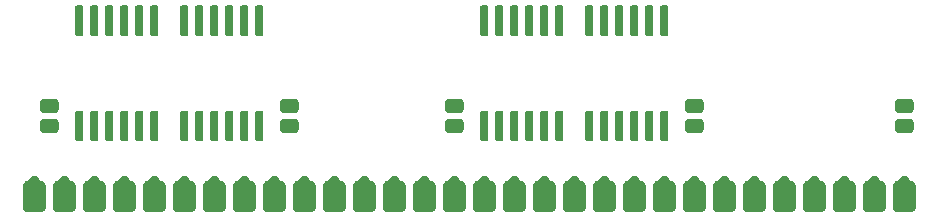
<source format=gts>
G04 #@! TF.GenerationSoftware,KiCad,Pcbnew,(5.1.5-0-10_14)*
G04 #@! TF.CreationDate,2021-02-26T03:39:49-05:00*
G04 #@! TF.ProjectId,simm-30-4mb,73696d6d-2d33-4302-9d34-6d622e6b6963,rev?*
G04 #@! TF.SameCoordinates,Original*
G04 #@! TF.FileFunction,Soldermask,Top*
G04 #@! TF.FilePolarity,Negative*
%FSLAX46Y46*%
G04 Gerber Fmt 4.6, Leading zero omitted, Abs format (unit mm)*
G04 Created by KiCad (PCBNEW (5.1.5-0-10_14)) date 2021-02-26 03:39:49*
%MOMM*%
%LPD*%
G04 APERTURE LIST*
%ADD10C,0.100000*%
G04 APERTURE END LIST*
D10*
G36*
X157618902Y-98348100D02*
G01*
X157705565Y-98383997D01*
X157705569Y-98383999D01*
X157705570Y-98384000D01*
X157744563Y-98410054D01*
X157783560Y-98436111D01*
X157849889Y-98502440D01*
X157902003Y-98580435D01*
X157937900Y-98667098D01*
X157940370Y-98679514D01*
X157943980Y-98691417D01*
X157949848Y-98702396D01*
X157957745Y-98712018D01*
X157967367Y-98719915D01*
X157978345Y-98725783D01*
X157990257Y-98729397D01*
X157996422Y-98730311D01*
X158082244Y-98738764D01*
X158166768Y-98764403D01*
X158244660Y-98806038D01*
X158312933Y-98862067D01*
X158368962Y-98930340D01*
X158410597Y-99008232D01*
X158436236Y-99092756D01*
X158445200Y-99183767D01*
X158445200Y-100968233D01*
X158436236Y-101059244D01*
X158410597Y-101143768D01*
X158368962Y-101221660D01*
X158312933Y-101289933D01*
X158244660Y-101345962D01*
X158166768Y-101387597D01*
X158082244Y-101413236D01*
X157991233Y-101422200D01*
X156968767Y-101422200D01*
X156877756Y-101413236D01*
X156793232Y-101387597D01*
X156715340Y-101345962D01*
X156647067Y-101289933D01*
X156591038Y-101221660D01*
X156549403Y-101143768D01*
X156523764Y-101059244D01*
X156514800Y-100968233D01*
X156514800Y-99183767D01*
X156523764Y-99092756D01*
X156549403Y-99008232D01*
X156591038Y-98930340D01*
X156647067Y-98862067D01*
X156715340Y-98806038D01*
X156793232Y-98764403D01*
X156877756Y-98738764D01*
X156963578Y-98730311D01*
X156975787Y-98727883D01*
X156987287Y-98723119D01*
X156997637Y-98716203D01*
X157006439Y-98707401D01*
X157013355Y-98697051D01*
X157018119Y-98685551D01*
X157019629Y-98679523D01*
X157022100Y-98667098D01*
X157057997Y-98580435D01*
X157110111Y-98502440D01*
X157176440Y-98436111D01*
X157215437Y-98410054D01*
X157254430Y-98384000D01*
X157254431Y-98383999D01*
X157254435Y-98383997D01*
X157341098Y-98348100D01*
X157433098Y-98329800D01*
X157526902Y-98329800D01*
X157618902Y-98348100D01*
G37*
G36*
X155078902Y-98348100D02*
G01*
X155165565Y-98383997D01*
X155165569Y-98383999D01*
X155165570Y-98384000D01*
X155204563Y-98410054D01*
X155243560Y-98436111D01*
X155309889Y-98502440D01*
X155362003Y-98580435D01*
X155397900Y-98667098D01*
X155400370Y-98679514D01*
X155403980Y-98691417D01*
X155409848Y-98702396D01*
X155417745Y-98712018D01*
X155427367Y-98719915D01*
X155438345Y-98725783D01*
X155450257Y-98729397D01*
X155456422Y-98730311D01*
X155542244Y-98738764D01*
X155626768Y-98764403D01*
X155704660Y-98806038D01*
X155772933Y-98862067D01*
X155828962Y-98930340D01*
X155870597Y-99008232D01*
X155896236Y-99092756D01*
X155905200Y-99183767D01*
X155905200Y-100968233D01*
X155896236Y-101059244D01*
X155870597Y-101143768D01*
X155828962Y-101221660D01*
X155772933Y-101289933D01*
X155704660Y-101345962D01*
X155626768Y-101387597D01*
X155542244Y-101413236D01*
X155451233Y-101422200D01*
X154428767Y-101422200D01*
X154337756Y-101413236D01*
X154253232Y-101387597D01*
X154175340Y-101345962D01*
X154107067Y-101289933D01*
X154051038Y-101221660D01*
X154009403Y-101143768D01*
X153983764Y-101059244D01*
X153974800Y-100968233D01*
X153974800Y-99183767D01*
X153983764Y-99092756D01*
X154009403Y-99008232D01*
X154051038Y-98930340D01*
X154107067Y-98862067D01*
X154175340Y-98806038D01*
X154253232Y-98764403D01*
X154337756Y-98738764D01*
X154423578Y-98730311D01*
X154435787Y-98727883D01*
X154447287Y-98723119D01*
X154457637Y-98716203D01*
X154466439Y-98707401D01*
X154473355Y-98697051D01*
X154478119Y-98685551D01*
X154479629Y-98679523D01*
X154482100Y-98667098D01*
X154517997Y-98580435D01*
X154570111Y-98502440D01*
X154636440Y-98436111D01*
X154675437Y-98410054D01*
X154714430Y-98384000D01*
X154714431Y-98383999D01*
X154714435Y-98383997D01*
X154801098Y-98348100D01*
X154893098Y-98329800D01*
X154986902Y-98329800D01*
X155078902Y-98348100D01*
G37*
G36*
X152538902Y-98348100D02*
G01*
X152625565Y-98383997D01*
X152625569Y-98383999D01*
X152625570Y-98384000D01*
X152664563Y-98410054D01*
X152703560Y-98436111D01*
X152769889Y-98502440D01*
X152822003Y-98580435D01*
X152857900Y-98667098D01*
X152860370Y-98679514D01*
X152863980Y-98691417D01*
X152869848Y-98702396D01*
X152877745Y-98712018D01*
X152887367Y-98719915D01*
X152898345Y-98725783D01*
X152910257Y-98729397D01*
X152916422Y-98730311D01*
X153002244Y-98738764D01*
X153086768Y-98764403D01*
X153164660Y-98806038D01*
X153232933Y-98862067D01*
X153288962Y-98930340D01*
X153330597Y-99008232D01*
X153356236Y-99092756D01*
X153365200Y-99183767D01*
X153365200Y-100968233D01*
X153356236Y-101059244D01*
X153330597Y-101143768D01*
X153288962Y-101221660D01*
X153232933Y-101289933D01*
X153164660Y-101345962D01*
X153086768Y-101387597D01*
X153002244Y-101413236D01*
X152911233Y-101422200D01*
X151888767Y-101422200D01*
X151797756Y-101413236D01*
X151713232Y-101387597D01*
X151635340Y-101345962D01*
X151567067Y-101289933D01*
X151511038Y-101221660D01*
X151469403Y-101143768D01*
X151443764Y-101059244D01*
X151434800Y-100968233D01*
X151434800Y-99183767D01*
X151443764Y-99092756D01*
X151469403Y-99008232D01*
X151511038Y-98930340D01*
X151567067Y-98862067D01*
X151635340Y-98806038D01*
X151713232Y-98764403D01*
X151797756Y-98738764D01*
X151883578Y-98730311D01*
X151895787Y-98727883D01*
X151907287Y-98723119D01*
X151917637Y-98716203D01*
X151926439Y-98707401D01*
X151933355Y-98697051D01*
X151938119Y-98685551D01*
X151939629Y-98679523D01*
X151942100Y-98667098D01*
X151977997Y-98580435D01*
X152030111Y-98502440D01*
X152096440Y-98436111D01*
X152135437Y-98410054D01*
X152174430Y-98384000D01*
X152174431Y-98383999D01*
X152174435Y-98383997D01*
X152261098Y-98348100D01*
X152353098Y-98329800D01*
X152446902Y-98329800D01*
X152538902Y-98348100D01*
G37*
G36*
X149998902Y-98348100D02*
G01*
X150085565Y-98383997D01*
X150085569Y-98383999D01*
X150085570Y-98384000D01*
X150124563Y-98410054D01*
X150163560Y-98436111D01*
X150229889Y-98502440D01*
X150282003Y-98580435D01*
X150317900Y-98667098D01*
X150320370Y-98679514D01*
X150323980Y-98691417D01*
X150329848Y-98702396D01*
X150337745Y-98712018D01*
X150347367Y-98719915D01*
X150358345Y-98725783D01*
X150370257Y-98729397D01*
X150376422Y-98730311D01*
X150462244Y-98738764D01*
X150546768Y-98764403D01*
X150624660Y-98806038D01*
X150692933Y-98862067D01*
X150748962Y-98930340D01*
X150790597Y-99008232D01*
X150816236Y-99092756D01*
X150825200Y-99183767D01*
X150825200Y-100968233D01*
X150816236Y-101059244D01*
X150790597Y-101143768D01*
X150748962Y-101221660D01*
X150692933Y-101289933D01*
X150624660Y-101345962D01*
X150546768Y-101387597D01*
X150462244Y-101413236D01*
X150371233Y-101422200D01*
X149348767Y-101422200D01*
X149257756Y-101413236D01*
X149173232Y-101387597D01*
X149095340Y-101345962D01*
X149027067Y-101289933D01*
X148971038Y-101221660D01*
X148929403Y-101143768D01*
X148903764Y-101059244D01*
X148894800Y-100968233D01*
X148894800Y-99183767D01*
X148903764Y-99092756D01*
X148929403Y-99008232D01*
X148971038Y-98930340D01*
X149027067Y-98862067D01*
X149095340Y-98806038D01*
X149173232Y-98764403D01*
X149257756Y-98738764D01*
X149343578Y-98730311D01*
X149355787Y-98727883D01*
X149367287Y-98723119D01*
X149377637Y-98716203D01*
X149386439Y-98707401D01*
X149393355Y-98697051D01*
X149398119Y-98685551D01*
X149399629Y-98679523D01*
X149402100Y-98667098D01*
X149437997Y-98580435D01*
X149490111Y-98502440D01*
X149556440Y-98436111D01*
X149595437Y-98410054D01*
X149634430Y-98384000D01*
X149634431Y-98383999D01*
X149634435Y-98383997D01*
X149721098Y-98348100D01*
X149813098Y-98329800D01*
X149906902Y-98329800D01*
X149998902Y-98348100D01*
G37*
G36*
X147458902Y-98348100D02*
G01*
X147545565Y-98383997D01*
X147545569Y-98383999D01*
X147545570Y-98384000D01*
X147584563Y-98410054D01*
X147623560Y-98436111D01*
X147689889Y-98502440D01*
X147742003Y-98580435D01*
X147777900Y-98667098D01*
X147780370Y-98679514D01*
X147783980Y-98691417D01*
X147789848Y-98702396D01*
X147797745Y-98712018D01*
X147807367Y-98719915D01*
X147818345Y-98725783D01*
X147830257Y-98729397D01*
X147836422Y-98730311D01*
X147922244Y-98738764D01*
X148006768Y-98764403D01*
X148084660Y-98806038D01*
X148152933Y-98862067D01*
X148208962Y-98930340D01*
X148250597Y-99008232D01*
X148276236Y-99092756D01*
X148285200Y-99183767D01*
X148285200Y-100968233D01*
X148276236Y-101059244D01*
X148250597Y-101143768D01*
X148208962Y-101221660D01*
X148152933Y-101289933D01*
X148084660Y-101345962D01*
X148006768Y-101387597D01*
X147922244Y-101413236D01*
X147831233Y-101422200D01*
X146808767Y-101422200D01*
X146717756Y-101413236D01*
X146633232Y-101387597D01*
X146555340Y-101345962D01*
X146487067Y-101289933D01*
X146431038Y-101221660D01*
X146389403Y-101143768D01*
X146363764Y-101059244D01*
X146354800Y-100968233D01*
X146354800Y-99183767D01*
X146363764Y-99092756D01*
X146389403Y-99008232D01*
X146431038Y-98930340D01*
X146487067Y-98862067D01*
X146555340Y-98806038D01*
X146633232Y-98764403D01*
X146717756Y-98738764D01*
X146803578Y-98730311D01*
X146815787Y-98727883D01*
X146827287Y-98723119D01*
X146837637Y-98716203D01*
X146846439Y-98707401D01*
X146853355Y-98697051D01*
X146858119Y-98685551D01*
X146859629Y-98679523D01*
X146862100Y-98667098D01*
X146897997Y-98580435D01*
X146950111Y-98502440D01*
X147016440Y-98436111D01*
X147055437Y-98410054D01*
X147094430Y-98384000D01*
X147094431Y-98383999D01*
X147094435Y-98383997D01*
X147181098Y-98348100D01*
X147273098Y-98329800D01*
X147366902Y-98329800D01*
X147458902Y-98348100D01*
G37*
G36*
X144918902Y-98348100D02*
G01*
X145005565Y-98383997D01*
X145005569Y-98383999D01*
X145005570Y-98384000D01*
X145044563Y-98410054D01*
X145083560Y-98436111D01*
X145149889Y-98502440D01*
X145202003Y-98580435D01*
X145237900Y-98667098D01*
X145240370Y-98679514D01*
X145243980Y-98691417D01*
X145249848Y-98702396D01*
X145257745Y-98712018D01*
X145267367Y-98719915D01*
X145278345Y-98725783D01*
X145290257Y-98729397D01*
X145296422Y-98730311D01*
X145382244Y-98738764D01*
X145466768Y-98764403D01*
X145544660Y-98806038D01*
X145612933Y-98862067D01*
X145668962Y-98930340D01*
X145710597Y-99008232D01*
X145736236Y-99092756D01*
X145745200Y-99183767D01*
X145745200Y-100968233D01*
X145736236Y-101059244D01*
X145710597Y-101143768D01*
X145668962Y-101221660D01*
X145612933Y-101289933D01*
X145544660Y-101345962D01*
X145466768Y-101387597D01*
X145382244Y-101413236D01*
X145291233Y-101422200D01*
X144268767Y-101422200D01*
X144177756Y-101413236D01*
X144093232Y-101387597D01*
X144015340Y-101345962D01*
X143947067Y-101289933D01*
X143891038Y-101221660D01*
X143849403Y-101143768D01*
X143823764Y-101059244D01*
X143814800Y-100968233D01*
X143814800Y-99183767D01*
X143823764Y-99092756D01*
X143849403Y-99008232D01*
X143891038Y-98930340D01*
X143947067Y-98862067D01*
X144015340Y-98806038D01*
X144093232Y-98764403D01*
X144177756Y-98738764D01*
X144263578Y-98730311D01*
X144275787Y-98727883D01*
X144287287Y-98723119D01*
X144297637Y-98716203D01*
X144306439Y-98707401D01*
X144313355Y-98697051D01*
X144318119Y-98685551D01*
X144319629Y-98679523D01*
X144322100Y-98667098D01*
X144357997Y-98580435D01*
X144410111Y-98502440D01*
X144476440Y-98436111D01*
X144515437Y-98410054D01*
X144554430Y-98384000D01*
X144554431Y-98383999D01*
X144554435Y-98383997D01*
X144641098Y-98348100D01*
X144733098Y-98329800D01*
X144826902Y-98329800D01*
X144918902Y-98348100D01*
G37*
G36*
X142378902Y-98348100D02*
G01*
X142465565Y-98383997D01*
X142465569Y-98383999D01*
X142465570Y-98384000D01*
X142504563Y-98410054D01*
X142543560Y-98436111D01*
X142609889Y-98502440D01*
X142662003Y-98580435D01*
X142697900Y-98667098D01*
X142700370Y-98679514D01*
X142703980Y-98691417D01*
X142709848Y-98702396D01*
X142717745Y-98712018D01*
X142727367Y-98719915D01*
X142738345Y-98725783D01*
X142750257Y-98729397D01*
X142756422Y-98730311D01*
X142842244Y-98738764D01*
X142926768Y-98764403D01*
X143004660Y-98806038D01*
X143072933Y-98862067D01*
X143128962Y-98930340D01*
X143170597Y-99008232D01*
X143196236Y-99092756D01*
X143205200Y-99183767D01*
X143205200Y-100968233D01*
X143196236Y-101059244D01*
X143170597Y-101143768D01*
X143128962Y-101221660D01*
X143072933Y-101289933D01*
X143004660Y-101345962D01*
X142926768Y-101387597D01*
X142842244Y-101413236D01*
X142751233Y-101422200D01*
X141728767Y-101422200D01*
X141637756Y-101413236D01*
X141553232Y-101387597D01*
X141475340Y-101345962D01*
X141407067Y-101289933D01*
X141351038Y-101221660D01*
X141309403Y-101143768D01*
X141283764Y-101059244D01*
X141274800Y-100968233D01*
X141274800Y-99183767D01*
X141283764Y-99092756D01*
X141309403Y-99008232D01*
X141351038Y-98930340D01*
X141407067Y-98862067D01*
X141475340Y-98806038D01*
X141553232Y-98764403D01*
X141637756Y-98738764D01*
X141723578Y-98730311D01*
X141735787Y-98727883D01*
X141747287Y-98723119D01*
X141757637Y-98716203D01*
X141766439Y-98707401D01*
X141773355Y-98697051D01*
X141778119Y-98685551D01*
X141779629Y-98679523D01*
X141782100Y-98667098D01*
X141817997Y-98580435D01*
X141870111Y-98502440D01*
X141936440Y-98436111D01*
X141975437Y-98410054D01*
X142014430Y-98384000D01*
X142014431Y-98383999D01*
X142014435Y-98383997D01*
X142101098Y-98348100D01*
X142193098Y-98329800D01*
X142286902Y-98329800D01*
X142378902Y-98348100D01*
G37*
G36*
X139838902Y-98348100D02*
G01*
X139925565Y-98383997D01*
X139925569Y-98383999D01*
X139925570Y-98384000D01*
X139964563Y-98410054D01*
X140003560Y-98436111D01*
X140069889Y-98502440D01*
X140122003Y-98580435D01*
X140157900Y-98667098D01*
X140160370Y-98679514D01*
X140163980Y-98691417D01*
X140169848Y-98702396D01*
X140177745Y-98712018D01*
X140187367Y-98719915D01*
X140198345Y-98725783D01*
X140210257Y-98729397D01*
X140216422Y-98730311D01*
X140302244Y-98738764D01*
X140386768Y-98764403D01*
X140464660Y-98806038D01*
X140532933Y-98862067D01*
X140588962Y-98930340D01*
X140630597Y-99008232D01*
X140656236Y-99092756D01*
X140665200Y-99183767D01*
X140665200Y-100968233D01*
X140656236Y-101059244D01*
X140630597Y-101143768D01*
X140588962Y-101221660D01*
X140532933Y-101289933D01*
X140464660Y-101345962D01*
X140386768Y-101387597D01*
X140302244Y-101413236D01*
X140211233Y-101422200D01*
X139188767Y-101422200D01*
X139097756Y-101413236D01*
X139013232Y-101387597D01*
X138935340Y-101345962D01*
X138867067Y-101289933D01*
X138811038Y-101221660D01*
X138769403Y-101143768D01*
X138743764Y-101059244D01*
X138734800Y-100968233D01*
X138734800Y-99183767D01*
X138743764Y-99092756D01*
X138769403Y-99008232D01*
X138811038Y-98930340D01*
X138867067Y-98862067D01*
X138935340Y-98806038D01*
X139013232Y-98764403D01*
X139097756Y-98738764D01*
X139183578Y-98730311D01*
X139195787Y-98727883D01*
X139207287Y-98723119D01*
X139217637Y-98716203D01*
X139226439Y-98707401D01*
X139233355Y-98697051D01*
X139238119Y-98685551D01*
X139239629Y-98679523D01*
X139242100Y-98667098D01*
X139277997Y-98580435D01*
X139330111Y-98502440D01*
X139396440Y-98436111D01*
X139435437Y-98410054D01*
X139474430Y-98384000D01*
X139474431Y-98383999D01*
X139474435Y-98383997D01*
X139561098Y-98348100D01*
X139653098Y-98329800D01*
X139746902Y-98329800D01*
X139838902Y-98348100D01*
G37*
G36*
X137298902Y-98348100D02*
G01*
X137385565Y-98383997D01*
X137385569Y-98383999D01*
X137385570Y-98384000D01*
X137424563Y-98410054D01*
X137463560Y-98436111D01*
X137529889Y-98502440D01*
X137582003Y-98580435D01*
X137617900Y-98667098D01*
X137620370Y-98679514D01*
X137623980Y-98691417D01*
X137629848Y-98702396D01*
X137637745Y-98712018D01*
X137647367Y-98719915D01*
X137658345Y-98725783D01*
X137670257Y-98729397D01*
X137676422Y-98730311D01*
X137762244Y-98738764D01*
X137846768Y-98764403D01*
X137924660Y-98806038D01*
X137992933Y-98862067D01*
X138048962Y-98930340D01*
X138090597Y-99008232D01*
X138116236Y-99092756D01*
X138125200Y-99183767D01*
X138125200Y-100968233D01*
X138116236Y-101059244D01*
X138090597Y-101143768D01*
X138048962Y-101221660D01*
X137992933Y-101289933D01*
X137924660Y-101345962D01*
X137846768Y-101387597D01*
X137762244Y-101413236D01*
X137671233Y-101422200D01*
X136648767Y-101422200D01*
X136557756Y-101413236D01*
X136473232Y-101387597D01*
X136395340Y-101345962D01*
X136327067Y-101289933D01*
X136271038Y-101221660D01*
X136229403Y-101143768D01*
X136203764Y-101059244D01*
X136194800Y-100968233D01*
X136194800Y-99183767D01*
X136203764Y-99092756D01*
X136229403Y-99008232D01*
X136271038Y-98930340D01*
X136327067Y-98862067D01*
X136395340Y-98806038D01*
X136473232Y-98764403D01*
X136557756Y-98738764D01*
X136643578Y-98730311D01*
X136655787Y-98727883D01*
X136667287Y-98723119D01*
X136677637Y-98716203D01*
X136686439Y-98707401D01*
X136693355Y-98697051D01*
X136698119Y-98685551D01*
X136699629Y-98679523D01*
X136702100Y-98667098D01*
X136737997Y-98580435D01*
X136790111Y-98502440D01*
X136856440Y-98436111D01*
X136895437Y-98410054D01*
X136934430Y-98384000D01*
X136934431Y-98383999D01*
X136934435Y-98383997D01*
X137021098Y-98348100D01*
X137113098Y-98329800D01*
X137206902Y-98329800D01*
X137298902Y-98348100D01*
G37*
G36*
X134758902Y-98348100D02*
G01*
X134845565Y-98383997D01*
X134845569Y-98383999D01*
X134845570Y-98384000D01*
X134884563Y-98410054D01*
X134923560Y-98436111D01*
X134989889Y-98502440D01*
X135042003Y-98580435D01*
X135077900Y-98667098D01*
X135080370Y-98679514D01*
X135083980Y-98691417D01*
X135089848Y-98702396D01*
X135097745Y-98712018D01*
X135107367Y-98719915D01*
X135118345Y-98725783D01*
X135130257Y-98729397D01*
X135136422Y-98730311D01*
X135222244Y-98738764D01*
X135306768Y-98764403D01*
X135384660Y-98806038D01*
X135452933Y-98862067D01*
X135508962Y-98930340D01*
X135550597Y-99008232D01*
X135576236Y-99092756D01*
X135585200Y-99183767D01*
X135585200Y-100968233D01*
X135576236Y-101059244D01*
X135550597Y-101143768D01*
X135508962Y-101221660D01*
X135452933Y-101289933D01*
X135384660Y-101345962D01*
X135306768Y-101387597D01*
X135222244Y-101413236D01*
X135131233Y-101422200D01*
X134108767Y-101422200D01*
X134017756Y-101413236D01*
X133933232Y-101387597D01*
X133855340Y-101345962D01*
X133787067Y-101289933D01*
X133731038Y-101221660D01*
X133689403Y-101143768D01*
X133663764Y-101059244D01*
X133654800Y-100968233D01*
X133654800Y-99183767D01*
X133663764Y-99092756D01*
X133689403Y-99008232D01*
X133731038Y-98930340D01*
X133787067Y-98862067D01*
X133855340Y-98806038D01*
X133933232Y-98764403D01*
X134017756Y-98738764D01*
X134103578Y-98730311D01*
X134115787Y-98727883D01*
X134127287Y-98723119D01*
X134137637Y-98716203D01*
X134146439Y-98707401D01*
X134153355Y-98697051D01*
X134158119Y-98685551D01*
X134159629Y-98679523D01*
X134162100Y-98667098D01*
X134197997Y-98580435D01*
X134250111Y-98502440D01*
X134316440Y-98436111D01*
X134355437Y-98410054D01*
X134394430Y-98384000D01*
X134394431Y-98383999D01*
X134394435Y-98383997D01*
X134481098Y-98348100D01*
X134573098Y-98329800D01*
X134666902Y-98329800D01*
X134758902Y-98348100D01*
G37*
G36*
X132218902Y-98348100D02*
G01*
X132305565Y-98383997D01*
X132305569Y-98383999D01*
X132305570Y-98384000D01*
X132344563Y-98410054D01*
X132383560Y-98436111D01*
X132449889Y-98502440D01*
X132502003Y-98580435D01*
X132537900Y-98667098D01*
X132540370Y-98679514D01*
X132543980Y-98691417D01*
X132549848Y-98702396D01*
X132557745Y-98712018D01*
X132567367Y-98719915D01*
X132578345Y-98725783D01*
X132590257Y-98729397D01*
X132596422Y-98730311D01*
X132682244Y-98738764D01*
X132766768Y-98764403D01*
X132844660Y-98806038D01*
X132912933Y-98862067D01*
X132968962Y-98930340D01*
X133010597Y-99008232D01*
X133036236Y-99092756D01*
X133045200Y-99183767D01*
X133045200Y-100968233D01*
X133036236Y-101059244D01*
X133010597Y-101143768D01*
X132968962Y-101221660D01*
X132912933Y-101289933D01*
X132844660Y-101345962D01*
X132766768Y-101387597D01*
X132682244Y-101413236D01*
X132591233Y-101422200D01*
X131568767Y-101422200D01*
X131477756Y-101413236D01*
X131393232Y-101387597D01*
X131315340Y-101345962D01*
X131247067Y-101289933D01*
X131191038Y-101221660D01*
X131149403Y-101143768D01*
X131123764Y-101059244D01*
X131114800Y-100968233D01*
X131114800Y-99183767D01*
X131123764Y-99092756D01*
X131149403Y-99008232D01*
X131191038Y-98930340D01*
X131247067Y-98862067D01*
X131315340Y-98806038D01*
X131393232Y-98764403D01*
X131477756Y-98738764D01*
X131563578Y-98730311D01*
X131575787Y-98727883D01*
X131587287Y-98723119D01*
X131597637Y-98716203D01*
X131606439Y-98707401D01*
X131613355Y-98697051D01*
X131618119Y-98685551D01*
X131619629Y-98679523D01*
X131622100Y-98667098D01*
X131657997Y-98580435D01*
X131710111Y-98502440D01*
X131776440Y-98436111D01*
X131815437Y-98410054D01*
X131854430Y-98384000D01*
X131854431Y-98383999D01*
X131854435Y-98383997D01*
X131941098Y-98348100D01*
X132033098Y-98329800D01*
X132126902Y-98329800D01*
X132218902Y-98348100D01*
G37*
G36*
X129678902Y-98348100D02*
G01*
X129765565Y-98383997D01*
X129765569Y-98383999D01*
X129765570Y-98384000D01*
X129804563Y-98410054D01*
X129843560Y-98436111D01*
X129909889Y-98502440D01*
X129962003Y-98580435D01*
X129997900Y-98667098D01*
X130000370Y-98679514D01*
X130003980Y-98691417D01*
X130009848Y-98702396D01*
X130017745Y-98712018D01*
X130027367Y-98719915D01*
X130038345Y-98725783D01*
X130050257Y-98729397D01*
X130056422Y-98730311D01*
X130142244Y-98738764D01*
X130226768Y-98764403D01*
X130304660Y-98806038D01*
X130372933Y-98862067D01*
X130428962Y-98930340D01*
X130470597Y-99008232D01*
X130496236Y-99092756D01*
X130505200Y-99183767D01*
X130505200Y-100968233D01*
X130496236Y-101059244D01*
X130470597Y-101143768D01*
X130428962Y-101221660D01*
X130372933Y-101289933D01*
X130304660Y-101345962D01*
X130226768Y-101387597D01*
X130142244Y-101413236D01*
X130051233Y-101422200D01*
X129028767Y-101422200D01*
X128937756Y-101413236D01*
X128853232Y-101387597D01*
X128775340Y-101345962D01*
X128707067Y-101289933D01*
X128651038Y-101221660D01*
X128609403Y-101143768D01*
X128583764Y-101059244D01*
X128574800Y-100968233D01*
X128574800Y-99183767D01*
X128583764Y-99092756D01*
X128609403Y-99008232D01*
X128651038Y-98930340D01*
X128707067Y-98862067D01*
X128775340Y-98806038D01*
X128853232Y-98764403D01*
X128937756Y-98738764D01*
X129023578Y-98730311D01*
X129035787Y-98727883D01*
X129047287Y-98723119D01*
X129057637Y-98716203D01*
X129066439Y-98707401D01*
X129073355Y-98697051D01*
X129078119Y-98685551D01*
X129079629Y-98679523D01*
X129082100Y-98667098D01*
X129117997Y-98580435D01*
X129170111Y-98502440D01*
X129236440Y-98436111D01*
X129275437Y-98410054D01*
X129314430Y-98384000D01*
X129314431Y-98383999D01*
X129314435Y-98383997D01*
X129401098Y-98348100D01*
X129493098Y-98329800D01*
X129586902Y-98329800D01*
X129678902Y-98348100D01*
G37*
G36*
X127138902Y-98348100D02*
G01*
X127225565Y-98383997D01*
X127225569Y-98383999D01*
X127225570Y-98384000D01*
X127264563Y-98410054D01*
X127303560Y-98436111D01*
X127369889Y-98502440D01*
X127422003Y-98580435D01*
X127457900Y-98667098D01*
X127460370Y-98679514D01*
X127463980Y-98691417D01*
X127469848Y-98702396D01*
X127477745Y-98712018D01*
X127487367Y-98719915D01*
X127498345Y-98725783D01*
X127510257Y-98729397D01*
X127516422Y-98730311D01*
X127602244Y-98738764D01*
X127686768Y-98764403D01*
X127764660Y-98806038D01*
X127832933Y-98862067D01*
X127888962Y-98930340D01*
X127930597Y-99008232D01*
X127956236Y-99092756D01*
X127965200Y-99183767D01*
X127965200Y-100968233D01*
X127956236Y-101059244D01*
X127930597Y-101143768D01*
X127888962Y-101221660D01*
X127832933Y-101289933D01*
X127764660Y-101345962D01*
X127686768Y-101387597D01*
X127602244Y-101413236D01*
X127511233Y-101422200D01*
X126488767Y-101422200D01*
X126397756Y-101413236D01*
X126313232Y-101387597D01*
X126235340Y-101345962D01*
X126167067Y-101289933D01*
X126111038Y-101221660D01*
X126069403Y-101143768D01*
X126043764Y-101059244D01*
X126034800Y-100968233D01*
X126034800Y-99183767D01*
X126043764Y-99092756D01*
X126069403Y-99008232D01*
X126111038Y-98930340D01*
X126167067Y-98862067D01*
X126235340Y-98806038D01*
X126313232Y-98764403D01*
X126397756Y-98738764D01*
X126483578Y-98730311D01*
X126495787Y-98727883D01*
X126507287Y-98723119D01*
X126517637Y-98716203D01*
X126526439Y-98707401D01*
X126533355Y-98697051D01*
X126538119Y-98685551D01*
X126539629Y-98679523D01*
X126542100Y-98667098D01*
X126577997Y-98580435D01*
X126630111Y-98502440D01*
X126696440Y-98436111D01*
X126735437Y-98410054D01*
X126774430Y-98384000D01*
X126774431Y-98383999D01*
X126774435Y-98383997D01*
X126861098Y-98348100D01*
X126953098Y-98329800D01*
X127046902Y-98329800D01*
X127138902Y-98348100D01*
G37*
G36*
X124598902Y-98348100D02*
G01*
X124685565Y-98383997D01*
X124685569Y-98383999D01*
X124685570Y-98384000D01*
X124724563Y-98410054D01*
X124763560Y-98436111D01*
X124829889Y-98502440D01*
X124882003Y-98580435D01*
X124917900Y-98667098D01*
X124920370Y-98679514D01*
X124923980Y-98691417D01*
X124929848Y-98702396D01*
X124937745Y-98712018D01*
X124947367Y-98719915D01*
X124958345Y-98725783D01*
X124970257Y-98729397D01*
X124976422Y-98730311D01*
X125062244Y-98738764D01*
X125146768Y-98764403D01*
X125224660Y-98806038D01*
X125292933Y-98862067D01*
X125348962Y-98930340D01*
X125390597Y-99008232D01*
X125416236Y-99092756D01*
X125425200Y-99183767D01*
X125425200Y-100968233D01*
X125416236Y-101059244D01*
X125390597Y-101143768D01*
X125348962Y-101221660D01*
X125292933Y-101289933D01*
X125224660Y-101345962D01*
X125146768Y-101387597D01*
X125062244Y-101413236D01*
X124971233Y-101422200D01*
X123948767Y-101422200D01*
X123857756Y-101413236D01*
X123773232Y-101387597D01*
X123695340Y-101345962D01*
X123627067Y-101289933D01*
X123571038Y-101221660D01*
X123529403Y-101143768D01*
X123503764Y-101059244D01*
X123494800Y-100968233D01*
X123494800Y-99183767D01*
X123503764Y-99092756D01*
X123529403Y-99008232D01*
X123571038Y-98930340D01*
X123627067Y-98862067D01*
X123695340Y-98806038D01*
X123773232Y-98764403D01*
X123857756Y-98738764D01*
X123943578Y-98730311D01*
X123955787Y-98727883D01*
X123967287Y-98723119D01*
X123977637Y-98716203D01*
X123986439Y-98707401D01*
X123993355Y-98697051D01*
X123998119Y-98685551D01*
X123999629Y-98679523D01*
X124002100Y-98667098D01*
X124037997Y-98580435D01*
X124090111Y-98502440D01*
X124156440Y-98436111D01*
X124195437Y-98410054D01*
X124234430Y-98384000D01*
X124234431Y-98383999D01*
X124234435Y-98383997D01*
X124321098Y-98348100D01*
X124413098Y-98329800D01*
X124506902Y-98329800D01*
X124598902Y-98348100D01*
G37*
G36*
X122058902Y-98348100D02*
G01*
X122145565Y-98383997D01*
X122145569Y-98383999D01*
X122145570Y-98384000D01*
X122184563Y-98410054D01*
X122223560Y-98436111D01*
X122289889Y-98502440D01*
X122342003Y-98580435D01*
X122377900Y-98667098D01*
X122380370Y-98679514D01*
X122383980Y-98691417D01*
X122389848Y-98702396D01*
X122397745Y-98712018D01*
X122407367Y-98719915D01*
X122418345Y-98725783D01*
X122430257Y-98729397D01*
X122436422Y-98730311D01*
X122522244Y-98738764D01*
X122606768Y-98764403D01*
X122684660Y-98806038D01*
X122752933Y-98862067D01*
X122808962Y-98930340D01*
X122850597Y-99008232D01*
X122876236Y-99092756D01*
X122885200Y-99183767D01*
X122885200Y-100968233D01*
X122876236Y-101059244D01*
X122850597Y-101143768D01*
X122808962Y-101221660D01*
X122752933Y-101289933D01*
X122684660Y-101345962D01*
X122606768Y-101387597D01*
X122522244Y-101413236D01*
X122431233Y-101422200D01*
X121408767Y-101422200D01*
X121317756Y-101413236D01*
X121233232Y-101387597D01*
X121155340Y-101345962D01*
X121087067Y-101289933D01*
X121031038Y-101221660D01*
X120989403Y-101143768D01*
X120963764Y-101059244D01*
X120954800Y-100968233D01*
X120954800Y-99183767D01*
X120963764Y-99092756D01*
X120989403Y-99008232D01*
X121031038Y-98930340D01*
X121087067Y-98862067D01*
X121155340Y-98806038D01*
X121233232Y-98764403D01*
X121317756Y-98738764D01*
X121403578Y-98730311D01*
X121415787Y-98727883D01*
X121427287Y-98723119D01*
X121437637Y-98716203D01*
X121446439Y-98707401D01*
X121453355Y-98697051D01*
X121458119Y-98685551D01*
X121459629Y-98679523D01*
X121462100Y-98667098D01*
X121497997Y-98580435D01*
X121550111Y-98502440D01*
X121616440Y-98436111D01*
X121655437Y-98410054D01*
X121694430Y-98384000D01*
X121694431Y-98383999D01*
X121694435Y-98383997D01*
X121781098Y-98348100D01*
X121873098Y-98329800D01*
X121966902Y-98329800D01*
X122058902Y-98348100D01*
G37*
G36*
X119518902Y-98348100D02*
G01*
X119605565Y-98383997D01*
X119605569Y-98383999D01*
X119605570Y-98384000D01*
X119644563Y-98410054D01*
X119683560Y-98436111D01*
X119749889Y-98502440D01*
X119802003Y-98580435D01*
X119837900Y-98667098D01*
X119840370Y-98679514D01*
X119843980Y-98691417D01*
X119849848Y-98702396D01*
X119857745Y-98712018D01*
X119867367Y-98719915D01*
X119878345Y-98725783D01*
X119890257Y-98729397D01*
X119896422Y-98730311D01*
X119982244Y-98738764D01*
X120066768Y-98764403D01*
X120144660Y-98806038D01*
X120212933Y-98862067D01*
X120268962Y-98930340D01*
X120310597Y-99008232D01*
X120336236Y-99092756D01*
X120345200Y-99183767D01*
X120345200Y-100968233D01*
X120336236Y-101059244D01*
X120310597Y-101143768D01*
X120268962Y-101221660D01*
X120212933Y-101289933D01*
X120144660Y-101345962D01*
X120066768Y-101387597D01*
X119982244Y-101413236D01*
X119891233Y-101422200D01*
X118868767Y-101422200D01*
X118777756Y-101413236D01*
X118693232Y-101387597D01*
X118615340Y-101345962D01*
X118547067Y-101289933D01*
X118491038Y-101221660D01*
X118449403Y-101143768D01*
X118423764Y-101059244D01*
X118414800Y-100968233D01*
X118414800Y-99183767D01*
X118423764Y-99092756D01*
X118449403Y-99008232D01*
X118491038Y-98930340D01*
X118547067Y-98862067D01*
X118615340Y-98806038D01*
X118693232Y-98764403D01*
X118777756Y-98738764D01*
X118863578Y-98730311D01*
X118875787Y-98727883D01*
X118887287Y-98723119D01*
X118897637Y-98716203D01*
X118906439Y-98707401D01*
X118913355Y-98697051D01*
X118918119Y-98685551D01*
X118919629Y-98679523D01*
X118922100Y-98667098D01*
X118957997Y-98580435D01*
X119010111Y-98502440D01*
X119076440Y-98436111D01*
X119115437Y-98410054D01*
X119154430Y-98384000D01*
X119154431Y-98383999D01*
X119154435Y-98383997D01*
X119241098Y-98348100D01*
X119333098Y-98329800D01*
X119426902Y-98329800D01*
X119518902Y-98348100D01*
G37*
G36*
X116978902Y-98348100D02*
G01*
X117065565Y-98383997D01*
X117065569Y-98383999D01*
X117065570Y-98384000D01*
X117104563Y-98410054D01*
X117143560Y-98436111D01*
X117209889Y-98502440D01*
X117262003Y-98580435D01*
X117297900Y-98667098D01*
X117300370Y-98679514D01*
X117303980Y-98691417D01*
X117309848Y-98702396D01*
X117317745Y-98712018D01*
X117327367Y-98719915D01*
X117338345Y-98725783D01*
X117350257Y-98729397D01*
X117356422Y-98730311D01*
X117442244Y-98738764D01*
X117526768Y-98764403D01*
X117604660Y-98806038D01*
X117672933Y-98862067D01*
X117728962Y-98930340D01*
X117770597Y-99008232D01*
X117796236Y-99092756D01*
X117805200Y-99183767D01*
X117805200Y-100968233D01*
X117796236Y-101059244D01*
X117770597Y-101143768D01*
X117728962Y-101221660D01*
X117672933Y-101289933D01*
X117604660Y-101345962D01*
X117526768Y-101387597D01*
X117442244Y-101413236D01*
X117351233Y-101422200D01*
X116328767Y-101422200D01*
X116237756Y-101413236D01*
X116153232Y-101387597D01*
X116075340Y-101345962D01*
X116007067Y-101289933D01*
X115951038Y-101221660D01*
X115909403Y-101143768D01*
X115883764Y-101059244D01*
X115874800Y-100968233D01*
X115874800Y-99183767D01*
X115883764Y-99092756D01*
X115909403Y-99008232D01*
X115951038Y-98930340D01*
X116007067Y-98862067D01*
X116075340Y-98806038D01*
X116153232Y-98764403D01*
X116237756Y-98738764D01*
X116323578Y-98730311D01*
X116335787Y-98727883D01*
X116347287Y-98723119D01*
X116357637Y-98716203D01*
X116366439Y-98707401D01*
X116373355Y-98697051D01*
X116378119Y-98685551D01*
X116379629Y-98679523D01*
X116382100Y-98667098D01*
X116417997Y-98580435D01*
X116470111Y-98502440D01*
X116536440Y-98436111D01*
X116575437Y-98410054D01*
X116614430Y-98384000D01*
X116614431Y-98383999D01*
X116614435Y-98383997D01*
X116701098Y-98348100D01*
X116793098Y-98329800D01*
X116886902Y-98329800D01*
X116978902Y-98348100D01*
G37*
G36*
X114438902Y-98348100D02*
G01*
X114525565Y-98383997D01*
X114525569Y-98383999D01*
X114525570Y-98384000D01*
X114564563Y-98410054D01*
X114603560Y-98436111D01*
X114669889Y-98502440D01*
X114722003Y-98580435D01*
X114757900Y-98667098D01*
X114760370Y-98679514D01*
X114763980Y-98691417D01*
X114769848Y-98702396D01*
X114777745Y-98712018D01*
X114787367Y-98719915D01*
X114798345Y-98725783D01*
X114810257Y-98729397D01*
X114816422Y-98730311D01*
X114902244Y-98738764D01*
X114986768Y-98764403D01*
X115064660Y-98806038D01*
X115132933Y-98862067D01*
X115188962Y-98930340D01*
X115230597Y-99008232D01*
X115256236Y-99092756D01*
X115265200Y-99183767D01*
X115265200Y-100968233D01*
X115256236Y-101059244D01*
X115230597Y-101143768D01*
X115188962Y-101221660D01*
X115132933Y-101289933D01*
X115064660Y-101345962D01*
X114986768Y-101387597D01*
X114902244Y-101413236D01*
X114811233Y-101422200D01*
X113788767Y-101422200D01*
X113697756Y-101413236D01*
X113613232Y-101387597D01*
X113535340Y-101345962D01*
X113467067Y-101289933D01*
X113411038Y-101221660D01*
X113369403Y-101143768D01*
X113343764Y-101059244D01*
X113334800Y-100968233D01*
X113334800Y-99183767D01*
X113343764Y-99092756D01*
X113369403Y-99008232D01*
X113411038Y-98930340D01*
X113467067Y-98862067D01*
X113535340Y-98806038D01*
X113613232Y-98764403D01*
X113697756Y-98738764D01*
X113783578Y-98730311D01*
X113795787Y-98727883D01*
X113807287Y-98723119D01*
X113817637Y-98716203D01*
X113826439Y-98707401D01*
X113833355Y-98697051D01*
X113838119Y-98685551D01*
X113839629Y-98679523D01*
X113842100Y-98667098D01*
X113877997Y-98580435D01*
X113930111Y-98502440D01*
X113996440Y-98436111D01*
X114035437Y-98410054D01*
X114074430Y-98384000D01*
X114074431Y-98383999D01*
X114074435Y-98383997D01*
X114161098Y-98348100D01*
X114253098Y-98329800D01*
X114346902Y-98329800D01*
X114438902Y-98348100D01*
G37*
G36*
X111898902Y-98348100D02*
G01*
X111985565Y-98383997D01*
X111985569Y-98383999D01*
X111985570Y-98384000D01*
X112024563Y-98410054D01*
X112063560Y-98436111D01*
X112129889Y-98502440D01*
X112182003Y-98580435D01*
X112217900Y-98667098D01*
X112220370Y-98679514D01*
X112223980Y-98691417D01*
X112229848Y-98702396D01*
X112237745Y-98712018D01*
X112247367Y-98719915D01*
X112258345Y-98725783D01*
X112270257Y-98729397D01*
X112276422Y-98730311D01*
X112362244Y-98738764D01*
X112446768Y-98764403D01*
X112524660Y-98806038D01*
X112592933Y-98862067D01*
X112648962Y-98930340D01*
X112690597Y-99008232D01*
X112716236Y-99092756D01*
X112725200Y-99183767D01*
X112725200Y-100968233D01*
X112716236Y-101059244D01*
X112690597Y-101143768D01*
X112648962Y-101221660D01*
X112592933Y-101289933D01*
X112524660Y-101345962D01*
X112446768Y-101387597D01*
X112362244Y-101413236D01*
X112271233Y-101422200D01*
X111248767Y-101422200D01*
X111157756Y-101413236D01*
X111073232Y-101387597D01*
X110995340Y-101345962D01*
X110927067Y-101289933D01*
X110871038Y-101221660D01*
X110829403Y-101143768D01*
X110803764Y-101059244D01*
X110794800Y-100968233D01*
X110794800Y-99183767D01*
X110803764Y-99092756D01*
X110829403Y-99008232D01*
X110871038Y-98930340D01*
X110927067Y-98862067D01*
X110995340Y-98806038D01*
X111073232Y-98764403D01*
X111157756Y-98738764D01*
X111243578Y-98730311D01*
X111255787Y-98727883D01*
X111267287Y-98723119D01*
X111277637Y-98716203D01*
X111286439Y-98707401D01*
X111293355Y-98697051D01*
X111298119Y-98685551D01*
X111299629Y-98679523D01*
X111302100Y-98667098D01*
X111337997Y-98580435D01*
X111390111Y-98502440D01*
X111456440Y-98436111D01*
X111495437Y-98410054D01*
X111534430Y-98384000D01*
X111534431Y-98383999D01*
X111534435Y-98383997D01*
X111621098Y-98348100D01*
X111713098Y-98329800D01*
X111806902Y-98329800D01*
X111898902Y-98348100D01*
G37*
G36*
X109358902Y-98348100D02*
G01*
X109445565Y-98383997D01*
X109445569Y-98383999D01*
X109445570Y-98384000D01*
X109484563Y-98410054D01*
X109523560Y-98436111D01*
X109589889Y-98502440D01*
X109642003Y-98580435D01*
X109677900Y-98667098D01*
X109680370Y-98679514D01*
X109683980Y-98691417D01*
X109689848Y-98702396D01*
X109697745Y-98712018D01*
X109707367Y-98719915D01*
X109718345Y-98725783D01*
X109730257Y-98729397D01*
X109736422Y-98730311D01*
X109822244Y-98738764D01*
X109906768Y-98764403D01*
X109984660Y-98806038D01*
X110052933Y-98862067D01*
X110108962Y-98930340D01*
X110150597Y-99008232D01*
X110176236Y-99092756D01*
X110185200Y-99183767D01*
X110185200Y-100968233D01*
X110176236Y-101059244D01*
X110150597Y-101143768D01*
X110108962Y-101221660D01*
X110052933Y-101289933D01*
X109984660Y-101345962D01*
X109906768Y-101387597D01*
X109822244Y-101413236D01*
X109731233Y-101422200D01*
X108708767Y-101422200D01*
X108617756Y-101413236D01*
X108533232Y-101387597D01*
X108455340Y-101345962D01*
X108387067Y-101289933D01*
X108331038Y-101221660D01*
X108289403Y-101143768D01*
X108263764Y-101059244D01*
X108254800Y-100968233D01*
X108254800Y-99183767D01*
X108263764Y-99092756D01*
X108289403Y-99008232D01*
X108331038Y-98930340D01*
X108387067Y-98862067D01*
X108455340Y-98806038D01*
X108533232Y-98764403D01*
X108617756Y-98738764D01*
X108703578Y-98730311D01*
X108715787Y-98727883D01*
X108727287Y-98723119D01*
X108737637Y-98716203D01*
X108746439Y-98707401D01*
X108753355Y-98697051D01*
X108758119Y-98685551D01*
X108759629Y-98679523D01*
X108762100Y-98667098D01*
X108797997Y-98580435D01*
X108850111Y-98502440D01*
X108916440Y-98436111D01*
X108955437Y-98410054D01*
X108994430Y-98384000D01*
X108994431Y-98383999D01*
X108994435Y-98383997D01*
X109081098Y-98348100D01*
X109173098Y-98329800D01*
X109266902Y-98329800D01*
X109358902Y-98348100D01*
G37*
G36*
X106818902Y-98348100D02*
G01*
X106905565Y-98383997D01*
X106905569Y-98383999D01*
X106905570Y-98384000D01*
X106944563Y-98410054D01*
X106983560Y-98436111D01*
X107049889Y-98502440D01*
X107102003Y-98580435D01*
X107137900Y-98667098D01*
X107140370Y-98679514D01*
X107143980Y-98691417D01*
X107149848Y-98702396D01*
X107157745Y-98712018D01*
X107167367Y-98719915D01*
X107178345Y-98725783D01*
X107190257Y-98729397D01*
X107196422Y-98730311D01*
X107282244Y-98738764D01*
X107366768Y-98764403D01*
X107444660Y-98806038D01*
X107512933Y-98862067D01*
X107568962Y-98930340D01*
X107610597Y-99008232D01*
X107636236Y-99092756D01*
X107645200Y-99183767D01*
X107645200Y-100968233D01*
X107636236Y-101059244D01*
X107610597Y-101143768D01*
X107568962Y-101221660D01*
X107512933Y-101289933D01*
X107444660Y-101345962D01*
X107366768Y-101387597D01*
X107282244Y-101413236D01*
X107191233Y-101422200D01*
X106168767Y-101422200D01*
X106077756Y-101413236D01*
X105993232Y-101387597D01*
X105915340Y-101345962D01*
X105847067Y-101289933D01*
X105791038Y-101221660D01*
X105749403Y-101143768D01*
X105723764Y-101059244D01*
X105714800Y-100968233D01*
X105714800Y-99183767D01*
X105723764Y-99092756D01*
X105749403Y-99008232D01*
X105791038Y-98930340D01*
X105847067Y-98862067D01*
X105915340Y-98806038D01*
X105993232Y-98764403D01*
X106077756Y-98738764D01*
X106163578Y-98730311D01*
X106175787Y-98727883D01*
X106187287Y-98723119D01*
X106197637Y-98716203D01*
X106206439Y-98707401D01*
X106213355Y-98697051D01*
X106218119Y-98685551D01*
X106219629Y-98679523D01*
X106222100Y-98667098D01*
X106257997Y-98580435D01*
X106310111Y-98502440D01*
X106376440Y-98436111D01*
X106415437Y-98410054D01*
X106454430Y-98384000D01*
X106454431Y-98383999D01*
X106454435Y-98383997D01*
X106541098Y-98348100D01*
X106633098Y-98329800D01*
X106726902Y-98329800D01*
X106818902Y-98348100D01*
G37*
G36*
X104278902Y-98348100D02*
G01*
X104365565Y-98383997D01*
X104365569Y-98383999D01*
X104365570Y-98384000D01*
X104404563Y-98410054D01*
X104443560Y-98436111D01*
X104509889Y-98502440D01*
X104562003Y-98580435D01*
X104597900Y-98667098D01*
X104600370Y-98679514D01*
X104603980Y-98691417D01*
X104609848Y-98702396D01*
X104617745Y-98712018D01*
X104627367Y-98719915D01*
X104638345Y-98725783D01*
X104650257Y-98729397D01*
X104656422Y-98730311D01*
X104742244Y-98738764D01*
X104826768Y-98764403D01*
X104904660Y-98806038D01*
X104972933Y-98862067D01*
X105028962Y-98930340D01*
X105070597Y-99008232D01*
X105096236Y-99092756D01*
X105105200Y-99183767D01*
X105105200Y-100968233D01*
X105096236Y-101059244D01*
X105070597Y-101143768D01*
X105028962Y-101221660D01*
X104972933Y-101289933D01*
X104904660Y-101345962D01*
X104826768Y-101387597D01*
X104742244Y-101413236D01*
X104651233Y-101422200D01*
X103628767Y-101422200D01*
X103537756Y-101413236D01*
X103453232Y-101387597D01*
X103375340Y-101345962D01*
X103307067Y-101289933D01*
X103251038Y-101221660D01*
X103209403Y-101143768D01*
X103183764Y-101059244D01*
X103174800Y-100968233D01*
X103174800Y-99183767D01*
X103183764Y-99092756D01*
X103209403Y-99008232D01*
X103251038Y-98930340D01*
X103307067Y-98862067D01*
X103375340Y-98806038D01*
X103453232Y-98764403D01*
X103537756Y-98738764D01*
X103623578Y-98730311D01*
X103635787Y-98727883D01*
X103647287Y-98723119D01*
X103657637Y-98716203D01*
X103666439Y-98707401D01*
X103673355Y-98697051D01*
X103678119Y-98685551D01*
X103679629Y-98679523D01*
X103682100Y-98667098D01*
X103717997Y-98580435D01*
X103770111Y-98502440D01*
X103836440Y-98436111D01*
X103875437Y-98410054D01*
X103914430Y-98384000D01*
X103914431Y-98383999D01*
X103914435Y-98383997D01*
X104001098Y-98348100D01*
X104093098Y-98329800D01*
X104186902Y-98329800D01*
X104278902Y-98348100D01*
G37*
G36*
X101738902Y-98348100D02*
G01*
X101825565Y-98383997D01*
X101825569Y-98383999D01*
X101825570Y-98384000D01*
X101864563Y-98410054D01*
X101903560Y-98436111D01*
X101969889Y-98502440D01*
X102022003Y-98580435D01*
X102057900Y-98667098D01*
X102060370Y-98679514D01*
X102063980Y-98691417D01*
X102069848Y-98702396D01*
X102077745Y-98712018D01*
X102087367Y-98719915D01*
X102098345Y-98725783D01*
X102110257Y-98729397D01*
X102116422Y-98730311D01*
X102202244Y-98738764D01*
X102286768Y-98764403D01*
X102364660Y-98806038D01*
X102432933Y-98862067D01*
X102488962Y-98930340D01*
X102530597Y-99008232D01*
X102556236Y-99092756D01*
X102565200Y-99183767D01*
X102565200Y-100968233D01*
X102556236Y-101059244D01*
X102530597Y-101143768D01*
X102488962Y-101221660D01*
X102432933Y-101289933D01*
X102364660Y-101345962D01*
X102286768Y-101387597D01*
X102202244Y-101413236D01*
X102111233Y-101422200D01*
X101088767Y-101422200D01*
X100997756Y-101413236D01*
X100913232Y-101387597D01*
X100835340Y-101345962D01*
X100767067Y-101289933D01*
X100711038Y-101221660D01*
X100669403Y-101143768D01*
X100643764Y-101059244D01*
X100634800Y-100968233D01*
X100634800Y-99183767D01*
X100643764Y-99092756D01*
X100669403Y-99008232D01*
X100711038Y-98930340D01*
X100767067Y-98862067D01*
X100835340Y-98806038D01*
X100913232Y-98764403D01*
X100997756Y-98738764D01*
X101083578Y-98730311D01*
X101095787Y-98727883D01*
X101107287Y-98723119D01*
X101117637Y-98716203D01*
X101126439Y-98707401D01*
X101133355Y-98697051D01*
X101138119Y-98685551D01*
X101139629Y-98679523D01*
X101142100Y-98667098D01*
X101177997Y-98580435D01*
X101230111Y-98502440D01*
X101296440Y-98436111D01*
X101335437Y-98410054D01*
X101374430Y-98384000D01*
X101374431Y-98383999D01*
X101374435Y-98383997D01*
X101461098Y-98348100D01*
X101553098Y-98329800D01*
X101646902Y-98329800D01*
X101738902Y-98348100D01*
G37*
G36*
X99198902Y-98348100D02*
G01*
X99285565Y-98383997D01*
X99285569Y-98383999D01*
X99285570Y-98384000D01*
X99324563Y-98410054D01*
X99363560Y-98436111D01*
X99429889Y-98502440D01*
X99482003Y-98580435D01*
X99517900Y-98667098D01*
X99520370Y-98679514D01*
X99523980Y-98691417D01*
X99529848Y-98702396D01*
X99537745Y-98712018D01*
X99547367Y-98719915D01*
X99558345Y-98725783D01*
X99570257Y-98729397D01*
X99576422Y-98730311D01*
X99662244Y-98738764D01*
X99746768Y-98764403D01*
X99824660Y-98806038D01*
X99892933Y-98862067D01*
X99948962Y-98930340D01*
X99990597Y-99008232D01*
X100016236Y-99092756D01*
X100025200Y-99183767D01*
X100025200Y-100968233D01*
X100016236Y-101059244D01*
X99990597Y-101143768D01*
X99948962Y-101221660D01*
X99892933Y-101289933D01*
X99824660Y-101345962D01*
X99746768Y-101387597D01*
X99662244Y-101413236D01*
X99571233Y-101422200D01*
X98548767Y-101422200D01*
X98457756Y-101413236D01*
X98373232Y-101387597D01*
X98295340Y-101345962D01*
X98227067Y-101289933D01*
X98171038Y-101221660D01*
X98129403Y-101143768D01*
X98103764Y-101059244D01*
X98094800Y-100968233D01*
X98094800Y-99183767D01*
X98103764Y-99092756D01*
X98129403Y-99008232D01*
X98171038Y-98930340D01*
X98227067Y-98862067D01*
X98295340Y-98806038D01*
X98373232Y-98764403D01*
X98457756Y-98738764D01*
X98543578Y-98730311D01*
X98555787Y-98727883D01*
X98567287Y-98723119D01*
X98577637Y-98716203D01*
X98586439Y-98707401D01*
X98593355Y-98697051D01*
X98598119Y-98685551D01*
X98599629Y-98679523D01*
X98602100Y-98667098D01*
X98637997Y-98580435D01*
X98690111Y-98502440D01*
X98756440Y-98436111D01*
X98795437Y-98410054D01*
X98834430Y-98384000D01*
X98834431Y-98383999D01*
X98834435Y-98383997D01*
X98921098Y-98348100D01*
X99013098Y-98329800D01*
X99106902Y-98329800D01*
X99198902Y-98348100D01*
G37*
G36*
X96658902Y-98348100D02*
G01*
X96745565Y-98383997D01*
X96745569Y-98383999D01*
X96745570Y-98384000D01*
X96784563Y-98410054D01*
X96823560Y-98436111D01*
X96889889Y-98502440D01*
X96942003Y-98580435D01*
X96977900Y-98667098D01*
X96980370Y-98679514D01*
X96983980Y-98691417D01*
X96989848Y-98702396D01*
X96997745Y-98712018D01*
X97007367Y-98719915D01*
X97018345Y-98725783D01*
X97030257Y-98729397D01*
X97036422Y-98730311D01*
X97122244Y-98738764D01*
X97206768Y-98764403D01*
X97284660Y-98806038D01*
X97352933Y-98862067D01*
X97408962Y-98930340D01*
X97450597Y-99008232D01*
X97476236Y-99092756D01*
X97485200Y-99183767D01*
X97485200Y-100968233D01*
X97476236Y-101059244D01*
X97450597Y-101143768D01*
X97408962Y-101221660D01*
X97352933Y-101289933D01*
X97284660Y-101345962D01*
X97206768Y-101387597D01*
X97122244Y-101413236D01*
X97031233Y-101422200D01*
X96008767Y-101422200D01*
X95917756Y-101413236D01*
X95833232Y-101387597D01*
X95755340Y-101345962D01*
X95687067Y-101289933D01*
X95631038Y-101221660D01*
X95589403Y-101143768D01*
X95563764Y-101059244D01*
X95554800Y-100968233D01*
X95554800Y-99183767D01*
X95563764Y-99092756D01*
X95589403Y-99008232D01*
X95631038Y-98930340D01*
X95687067Y-98862067D01*
X95755340Y-98806038D01*
X95833232Y-98764403D01*
X95917756Y-98738764D01*
X96003578Y-98730311D01*
X96015787Y-98727883D01*
X96027287Y-98723119D01*
X96037637Y-98716203D01*
X96046439Y-98707401D01*
X96053355Y-98697051D01*
X96058119Y-98685551D01*
X96059629Y-98679523D01*
X96062100Y-98667098D01*
X96097997Y-98580435D01*
X96150111Y-98502440D01*
X96216440Y-98436111D01*
X96255437Y-98410054D01*
X96294430Y-98384000D01*
X96294431Y-98383999D01*
X96294435Y-98383997D01*
X96381098Y-98348100D01*
X96473098Y-98329800D01*
X96566902Y-98329800D01*
X96658902Y-98348100D01*
G37*
G36*
X94118902Y-98348100D02*
G01*
X94205565Y-98383997D01*
X94205569Y-98383999D01*
X94205570Y-98384000D01*
X94244563Y-98410054D01*
X94283560Y-98436111D01*
X94349889Y-98502440D01*
X94402003Y-98580435D01*
X94437900Y-98667098D01*
X94440370Y-98679514D01*
X94443980Y-98691417D01*
X94449848Y-98702396D01*
X94457745Y-98712018D01*
X94467367Y-98719915D01*
X94478345Y-98725783D01*
X94490257Y-98729397D01*
X94496422Y-98730311D01*
X94582244Y-98738764D01*
X94666768Y-98764403D01*
X94744660Y-98806038D01*
X94812933Y-98862067D01*
X94868962Y-98930340D01*
X94910597Y-99008232D01*
X94936236Y-99092756D01*
X94945200Y-99183767D01*
X94945200Y-100968233D01*
X94936236Y-101059244D01*
X94910597Y-101143768D01*
X94868962Y-101221660D01*
X94812933Y-101289933D01*
X94744660Y-101345962D01*
X94666768Y-101387597D01*
X94582244Y-101413236D01*
X94491233Y-101422200D01*
X93468767Y-101422200D01*
X93377756Y-101413236D01*
X93293232Y-101387597D01*
X93215340Y-101345962D01*
X93147067Y-101289933D01*
X93091038Y-101221660D01*
X93049403Y-101143768D01*
X93023764Y-101059244D01*
X93014800Y-100968233D01*
X93014800Y-99183767D01*
X93023764Y-99092756D01*
X93049403Y-99008232D01*
X93091038Y-98930340D01*
X93147067Y-98862067D01*
X93215340Y-98806038D01*
X93293232Y-98764403D01*
X93377756Y-98738764D01*
X93463578Y-98730311D01*
X93475787Y-98727883D01*
X93487287Y-98723119D01*
X93497637Y-98716203D01*
X93506439Y-98707401D01*
X93513355Y-98697051D01*
X93518119Y-98685551D01*
X93519629Y-98679523D01*
X93522100Y-98667098D01*
X93557997Y-98580435D01*
X93610111Y-98502440D01*
X93676440Y-98436111D01*
X93715437Y-98410054D01*
X93754430Y-98384000D01*
X93754431Y-98383999D01*
X93754435Y-98383997D01*
X93841098Y-98348100D01*
X93933098Y-98329800D01*
X94026902Y-98329800D01*
X94118902Y-98348100D01*
G37*
G36*
X91578902Y-98348100D02*
G01*
X91665565Y-98383997D01*
X91665569Y-98383999D01*
X91665570Y-98384000D01*
X91704563Y-98410054D01*
X91743560Y-98436111D01*
X91809889Y-98502440D01*
X91862003Y-98580435D01*
X91897900Y-98667098D01*
X91900370Y-98679514D01*
X91903980Y-98691417D01*
X91909848Y-98702396D01*
X91917745Y-98712018D01*
X91927367Y-98719915D01*
X91938345Y-98725783D01*
X91950257Y-98729397D01*
X91956422Y-98730311D01*
X92042244Y-98738764D01*
X92126768Y-98764403D01*
X92204660Y-98806038D01*
X92272933Y-98862067D01*
X92328962Y-98930340D01*
X92370597Y-99008232D01*
X92396236Y-99092756D01*
X92405200Y-99183767D01*
X92405200Y-100968233D01*
X92396236Y-101059244D01*
X92370597Y-101143768D01*
X92328962Y-101221660D01*
X92272933Y-101289933D01*
X92204660Y-101345962D01*
X92126768Y-101387597D01*
X92042244Y-101413236D01*
X91951233Y-101422200D01*
X90928767Y-101422200D01*
X90837756Y-101413236D01*
X90753232Y-101387597D01*
X90675340Y-101345962D01*
X90607067Y-101289933D01*
X90551038Y-101221660D01*
X90509403Y-101143768D01*
X90483764Y-101059244D01*
X90474800Y-100968233D01*
X90474800Y-99183767D01*
X90483764Y-99092756D01*
X90509403Y-99008232D01*
X90551038Y-98930340D01*
X90607067Y-98862067D01*
X90675340Y-98806038D01*
X90753232Y-98764403D01*
X90837756Y-98738764D01*
X90923578Y-98730311D01*
X90935787Y-98727883D01*
X90947287Y-98723119D01*
X90957637Y-98716203D01*
X90966439Y-98707401D01*
X90973355Y-98697051D01*
X90978119Y-98685551D01*
X90979629Y-98679523D01*
X90982100Y-98667098D01*
X91017997Y-98580435D01*
X91070111Y-98502440D01*
X91136440Y-98436111D01*
X91175437Y-98410054D01*
X91214430Y-98384000D01*
X91214431Y-98383999D01*
X91214435Y-98383997D01*
X91301098Y-98348100D01*
X91393098Y-98329800D01*
X91486902Y-98329800D01*
X91578902Y-98348100D01*
G37*
G36*
X89038902Y-98348100D02*
G01*
X89125565Y-98383997D01*
X89125569Y-98383999D01*
X89125570Y-98384000D01*
X89164563Y-98410054D01*
X89203560Y-98436111D01*
X89269889Y-98502440D01*
X89322003Y-98580435D01*
X89357900Y-98667098D01*
X89360370Y-98679514D01*
X89363980Y-98691417D01*
X89369848Y-98702396D01*
X89377745Y-98712018D01*
X89387367Y-98719915D01*
X89398345Y-98725783D01*
X89410257Y-98729397D01*
X89416422Y-98730311D01*
X89502244Y-98738764D01*
X89586768Y-98764403D01*
X89664660Y-98806038D01*
X89732933Y-98862067D01*
X89788962Y-98930340D01*
X89830597Y-99008232D01*
X89856236Y-99092756D01*
X89865200Y-99183767D01*
X89865200Y-100968233D01*
X89856236Y-101059244D01*
X89830597Y-101143768D01*
X89788962Y-101221660D01*
X89732933Y-101289933D01*
X89664660Y-101345962D01*
X89586768Y-101387597D01*
X89502244Y-101413236D01*
X89411233Y-101422200D01*
X88388767Y-101422200D01*
X88297756Y-101413236D01*
X88213232Y-101387597D01*
X88135340Y-101345962D01*
X88067067Y-101289933D01*
X88011038Y-101221660D01*
X87969403Y-101143768D01*
X87943764Y-101059244D01*
X87934800Y-100968233D01*
X87934800Y-99183767D01*
X87943764Y-99092756D01*
X87969403Y-99008232D01*
X88011038Y-98930340D01*
X88067067Y-98862067D01*
X88135340Y-98806038D01*
X88213232Y-98764403D01*
X88297756Y-98738764D01*
X88383578Y-98730311D01*
X88395787Y-98727883D01*
X88407287Y-98723119D01*
X88417637Y-98716203D01*
X88426439Y-98707401D01*
X88433355Y-98697051D01*
X88438119Y-98685551D01*
X88439629Y-98679523D01*
X88442100Y-98667098D01*
X88477997Y-98580435D01*
X88530111Y-98502440D01*
X88596440Y-98436111D01*
X88635437Y-98410054D01*
X88674430Y-98384000D01*
X88674431Y-98383999D01*
X88674435Y-98383997D01*
X88761098Y-98348100D01*
X88853098Y-98329800D01*
X88946902Y-98329800D01*
X89038902Y-98348100D01*
G37*
G36*
X86498902Y-98348100D02*
G01*
X86585565Y-98383997D01*
X86585569Y-98383999D01*
X86585570Y-98384000D01*
X86624563Y-98410054D01*
X86663560Y-98436111D01*
X86729889Y-98502440D01*
X86782003Y-98580435D01*
X86817900Y-98667098D01*
X86820370Y-98679514D01*
X86823980Y-98691417D01*
X86829848Y-98702396D01*
X86837745Y-98712018D01*
X86847367Y-98719915D01*
X86858345Y-98725783D01*
X86870257Y-98729397D01*
X86876422Y-98730311D01*
X86962244Y-98738764D01*
X87046768Y-98764403D01*
X87124660Y-98806038D01*
X87192933Y-98862067D01*
X87248962Y-98930340D01*
X87290597Y-99008232D01*
X87316236Y-99092756D01*
X87325200Y-99183767D01*
X87325200Y-100968233D01*
X87316236Y-101059244D01*
X87290597Y-101143768D01*
X87248962Y-101221660D01*
X87192933Y-101289933D01*
X87124660Y-101345962D01*
X87046768Y-101387597D01*
X86962244Y-101413236D01*
X86871233Y-101422200D01*
X85848767Y-101422200D01*
X85757756Y-101413236D01*
X85673232Y-101387597D01*
X85595340Y-101345962D01*
X85527067Y-101289933D01*
X85471038Y-101221660D01*
X85429403Y-101143768D01*
X85403764Y-101059244D01*
X85394800Y-100968233D01*
X85394800Y-99183767D01*
X85403764Y-99092756D01*
X85429403Y-99008232D01*
X85471038Y-98930340D01*
X85527067Y-98862067D01*
X85595340Y-98806038D01*
X85673232Y-98764403D01*
X85757756Y-98738764D01*
X85843578Y-98730311D01*
X85855787Y-98727883D01*
X85867287Y-98723119D01*
X85877637Y-98716203D01*
X85886439Y-98707401D01*
X85893355Y-98697051D01*
X85898119Y-98685551D01*
X85899629Y-98679523D01*
X85902100Y-98667098D01*
X85937997Y-98580435D01*
X85990111Y-98502440D01*
X86056440Y-98436111D01*
X86095437Y-98410054D01*
X86134430Y-98384000D01*
X86134431Y-98383999D01*
X86134435Y-98383997D01*
X86221098Y-98348100D01*
X86313098Y-98329800D01*
X86406902Y-98329800D01*
X86498902Y-98348100D01*
G37*
G36*
X83958902Y-98348100D02*
G01*
X84045565Y-98383997D01*
X84045569Y-98383999D01*
X84045570Y-98384000D01*
X84084563Y-98410054D01*
X84123560Y-98436111D01*
X84189889Y-98502440D01*
X84242003Y-98580435D01*
X84277900Y-98667098D01*
X84280370Y-98679514D01*
X84283980Y-98691417D01*
X84289848Y-98702396D01*
X84297745Y-98712018D01*
X84307367Y-98719915D01*
X84318345Y-98725783D01*
X84330257Y-98729397D01*
X84336422Y-98730311D01*
X84422244Y-98738764D01*
X84506768Y-98764403D01*
X84584660Y-98806038D01*
X84652933Y-98862067D01*
X84708962Y-98930340D01*
X84750597Y-99008232D01*
X84776236Y-99092756D01*
X84785200Y-99183767D01*
X84785200Y-100968233D01*
X84776236Y-101059244D01*
X84750597Y-101143768D01*
X84708962Y-101221660D01*
X84652933Y-101289933D01*
X84584660Y-101345962D01*
X84506768Y-101387597D01*
X84422244Y-101413236D01*
X84331233Y-101422200D01*
X83308767Y-101422200D01*
X83217756Y-101413236D01*
X83133232Y-101387597D01*
X83055340Y-101345962D01*
X82987067Y-101289933D01*
X82931038Y-101221660D01*
X82889403Y-101143768D01*
X82863764Y-101059244D01*
X82854800Y-100968233D01*
X82854800Y-99183767D01*
X82863764Y-99092756D01*
X82889403Y-99008232D01*
X82931038Y-98930340D01*
X82987067Y-98862067D01*
X83055340Y-98806038D01*
X83133232Y-98764403D01*
X83217756Y-98738764D01*
X83303578Y-98730311D01*
X83315787Y-98727883D01*
X83327287Y-98723119D01*
X83337637Y-98716203D01*
X83346439Y-98707401D01*
X83353355Y-98697051D01*
X83358119Y-98685551D01*
X83359629Y-98679523D01*
X83362100Y-98667098D01*
X83397997Y-98580435D01*
X83450111Y-98502440D01*
X83516440Y-98436111D01*
X83555437Y-98410054D01*
X83594430Y-98384000D01*
X83594431Y-98383999D01*
X83594435Y-98383997D01*
X83681098Y-98348100D01*
X83773098Y-98329800D01*
X83866902Y-98329800D01*
X83958902Y-98348100D01*
G37*
G36*
X124694635Y-92815054D02*
G01*
X124721452Y-92823189D01*
X124746169Y-92836399D01*
X124767827Y-92854173D01*
X124785601Y-92875831D01*
X124798811Y-92900548D01*
X124806946Y-92927365D01*
X124810000Y-92958368D01*
X124810000Y-95265632D01*
X124806946Y-95296635D01*
X124798811Y-95323452D01*
X124785601Y-95348169D01*
X124767827Y-95369827D01*
X124746169Y-95387601D01*
X124721452Y-95400811D01*
X124694635Y-95408946D01*
X124663632Y-95412000D01*
X124256368Y-95412000D01*
X124225365Y-95408946D01*
X124198548Y-95400811D01*
X124173831Y-95387601D01*
X124152173Y-95369827D01*
X124134399Y-95348169D01*
X124121189Y-95323452D01*
X124113054Y-95296635D01*
X124110000Y-95265632D01*
X124110000Y-92958368D01*
X124113054Y-92927365D01*
X124121189Y-92900548D01*
X124134399Y-92875831D01*
X124152173Y-92854173D01*
X124173831Y-92836399D01*
X124198548Y-92823189D01*
X124225365Y-92815054D01*
X124256368Y-92812000D01*
X124663632Y-92812000D01*
X124694635Y-92815054D01*
G37*
G36*
X125964635Y-92815054D02*
G01*
X125991452Y-92823189D01*
X126016169Y-92836399D01*
X126037827Y-92854173D01*
X126055601Y-92875831D01*
X126068811Y-92900548D01*
X126076946Y-92927365D01*
X126080000Y-92958368D01*
X126080000Y-95265632D01*
X126076946Y-95296635D01*
X126068811Y-95323452D01*
X126055601Y-95348169D01*
X126037827Y-95369827D01*
X126016169Y-95387601D01*
X125991452Y-95400811D01*
X125964635Y-95408946D01*
X125933632Y-95412000D01*
X125526368Y-95412000D01*
X125495365Y-95408946D01*
X125468548Y-95400811D01*
X125443831Y-95387601D01*
X125422173Y-95369827D01*
X125404399Y-95348169D01*
X125391189Y-95323452D01*
X125383054Y-95296635D01*
X125380000Y-95265632D01*
X125380000Y-92958368D01*
X125383054Y-92927365D01*
X125391189Y-92900548D01*
X125404399Y-92875831D01*
X125422173Y-92854173D01*
X125443831Y-92836399D01*
X125468548Y-92823189D01*
X125495365Y-92815054D01*
X125526368Y-92812000D01*
X125933632Y-92812000D01*
X125964635Y-92815054D01*
G37*
G36*
X127234635Y-92815054D02*
G01*
X127261452Y-92823189D01*
X127286169Y-92836399D01*
X127307827Y-92854173D01*
X127325601Y-92875831D01*
X127338811Y-92900548D01*
X127346946Y-92927365D01*
X127350000Y-92958368D01*
X127350000Y-95265632D01*
X127346946Y-95296635D01*
X127338811Y-95323452D01*
X127325601Y-95348169D01*
X127307827Y-95369827D01*
X127286169Y-95387601D01*
X127261452Y-95400811D01*
X127234635Y-95408946D01*
X127203632Y-95412000D01*
X126796368Y-95412000D01*
X126765365Y-95408946D01*
X126738548Y-95400811D01*
X126713831Y-95387601D01*
X126692173Y-95369827D01*
X126674399Y-95348169D01*
X126661189Y-95323452D01*
X126653054Y-95296635D01*
X126650000Y-95265632D01*
X126650000Y-92958368D01*
X126653054Y-92927365D01*
X126661189Y-92900548D01*
X126674399Y-92875831D01*
X126692173Y-92854173D01*
X126713831Y-92836399D01*
X126738548Y-92823189D01*
X126765365Y-92815054D01*
X126796368Y-92812000D01*
X127203632Y-92812000D01*
X127234635Y-92815054D01*
G37*
G36*
X128504635Y-92815054D02*
G01*
X128531452Y-92823189D01*
X128556169Y-92836399D01*
X128577827Y-92854173D01*
X128595601Y-92875831D01*
X128608811Y-92900548D01*
X128616946Y-92927365D01*
X128620000Y-92958368D01*
X128620000Y-95265632D01*
X128616946Y-95296635D01*
X128608811Y-95323452D01*
X128595601Y-95348169D01*
X128577827Y-95369827D01*
X128556169Y-95387601D01*
X128531452Y-95400811D01*
X128504635Y-95408946D01*
X128473632Y-95412000D01*
X128066368Y-95412000D01*
X128035365Y-95408946D01*
X128008548Y-95400811D01*
X127983831Y-95387601D01*
X127962173Y-95369827D01*
X127944399Y-95348169D01*
X127931189Y-95323452D01*
X127923054Y-95296635D01*
X127920000Y-95265632D01*
X127920000Y-92958368D01*
X127923054Y-92927365D01*
X127931189Y-92900548D01*
X127944399Y-92875831D01*
X127962173Y-92854173D01*
X127983831Y-92836399D01*
X128008548Y-92823189D01*
X128035365Y-92815054D01*
X128066368Y-92812000D01*
X128473632Y-92812000D01*
X128504635Y-92815054D01*
G37*
G36*
X131044635Y-92815054D02*
G01*
X131071452Y-92823189D01*
X131096169Y-92836399D01*
X131117827Y-92854173D01*
X131135601Y-92875831D01*
X131148811Y-92900548D01*
X131156946Y-92927365D01*
X131160000Y-92958368D01*
X131160000Y-95265632D01*
X131156946Y-95296635D01*
X131148811Y-95323452D01*
X131135601Y-95348169D01*
X131117827Y-95369827D01*
X131096169Y-95387601D01*
X131071452Y-95400811D01*
X131044635Y-95408946D01*
X131013632Y-95412000D01*
X130606368Y-95412000D01*
X130575365Y-95408946D01*
X130548548Y-95400811D01*
X130523831Y-95387601D01*
X130502173Y-95369827D01*
X130484399Y-95348169D01*
X130471189Y-95323452D01*
X130463054Y-95296635D01*
X130460000Y-95265632D01*
X130460000Y-92958368D01*
X130463054Y-92927365D01*
X130471189Y-92900548D01*
X130484399Y-92875831D01*
X130502173Y-92854173D01*
X130523831Y-92836399D01*
X130548548Y-92823189D01*
X130575365Y-92815054D01*
X130606368Y-92812000D01*
X131013632Y-92812000D01*
X131044635Y-92815054D01*
G37*
G36*
X132314635Y-92815054D02*
G01*
X132341452Y-92823189D01*
X132366169Y-92836399D01*
X132387827Y-92854173D01*
X132405601Y-92875831D01*
X132418811Y-92900548D01*
X132426946Y-92927365D01*
X132430000Y-92958368D01*
X132430000Y-95265632D01*
X132426946Y-95296635D01*
X132418811Y-95323452D01*
X132405601Y-95348169D01*
X132387827Y-95369827D01*
X132366169Y-95387601D01*
X132341452Y-95400811D01*
X132314635Y-95408946D01*
X132283632Y-95412000D01*
X131876368Y-95412000D01*
X131845365Y-95408946D01*
X131818548Y-95400811D01*
X131793831Y-95387601D01*
X131772173Y-95369827D01*
X131754399Y-95348169D01*
X131741189Y-95323452D01*
X131733054Y-95296635D01*
X131730000Y-95265632D01*
X131730000Y-92958368D01*
X131733054Y-92927365D01*
X131741189Y-92900548D01*
X131754399Y-92875831D01*
X131772173Y-92854173D01*
X131793831Y-92836399D01*
X131818548Y-92823189D01*
X131845365Y-92815054D01*
X131876368Y-92812000D01*
X132283632Y-92812000D01*
X132314635Y-92815054D01*
G37*
G36*
X133584635Y-92815054D02*
G01*
X133611452Y-92823189D01*
X133636169Y-92836399D01*
X133657827Y-92854173D01*
X133675601Y-92875831D01*
X133688811Y-92900548D01*
X133696946Y-92927365D01*
X133700000Y-92958368D01*
X133700000Y-95265632D01*
X133696946Y-95296635D01*
X133688811Y-95323452D01*
X133675601Y-95348169D01*
X133657827Y-95369827D01*
X133636169Y-95387601D01*
X133611452Y-95400811D01*
X133584635Y-95408946D01*
X133553632Y-95412000D01*
X133146368Y-95412000D01*
X133115365Y-95408946D01*
X133088548Y-95400811D01*
X133063831Y-95387601D01*
X133042173Y-95369827D01*
X133024399Y-95348169D01*
X133011189Y-95323452D01*
X133003054Y-95296635D01*
X133000000Y-95265632D01*
X133000000Y-92958368D01*
X133003054Y-92927365D01*
X133011189Y-92900548D01*
X133024399Y-92875831D01*
X133042173Y-92854173D01*
X133063831Y-92836399D01*
X133088548Y-92823189D01*
X133115365Y-92815054D01*
X133146368Y-92812000D01*
X133553632Y-92812000D01*
X133584635Y-92815054D01*
G37*
G36*
X134854635Y-92815054D02*
G01*
X134881452Y-92823189D01*
X134906169Y-92836399D01*
X134927827Y-92854173D01*
X134945601Y-92875831D01*
X134958811Y-92900548D01*
X134966946Y-92927365D01*
X134970000Y-92958368D01*
X134970000Y-95265632D01*
X134966946Y-95296635D01*
X134958811Y-95323452D01*
X134945601Y-95348169D01*
X134927827Y-95369827D01*
X134906169Y-95387601D01*
X134881452Y-95400811D01*
X134854635Y-95408946D01*
X134823632Y-95412000D01*
X134416368Y-95412000D01*
X134385365Y-95408946D01*
X134358548Y-95400811D01*
X134333831Y-95387601D01*
X134312173Y-95369827D01*
X134294399Y-95348169D01*
X134281189Y-95323452D01*
X134273054Y-95296635D01*
X134270000Y-95265632D01*
X134270000Y-92958368D01*
X134273054Y-92927365D01*
X134281189Y-92900548D01*
X134294399Y-92875831D01*
X134312173Y-92854173D01*
X134333831Y-92836399D01*
X134358548Y-92823189D01*
X134385365Y-92815054D01*
X134416368Y-92812000D01*
X134823632Y-92812000D01*
X134854635Y-92815054D01*
G37*
G36*
X136124635Y-92815054D02*
G01*
X136151452Y-92823189D01*
X136176169Y-92836399D01*
X136197827Y-92854173D01*
X136215601Y-92875831D01*
X136228811Y-92900548D01*
X136236946Y-92927365D01*
X136240000Y-92958368D01*
X136240000Y-95265632D01*
X136236946Y-95296635D01*
X136228811Y-95323452D01*
X136215601Y-95348169D01*
X136197827Y-95369827D01*
X136176169Y-95387601D01*
X136151452Y-95400811D01*
X136124635Y-95408946D01*
X136093632Y-95412000D01*
X135686368Y-95412000D01*
X135655365Y-95408946D01*
X135628548Y-95400811D01*
X135603831Y-95387601D01*
X135582173Y-95369827D01*
X135564399Y-95348169D01*
X135551189Y-95323452D01*
X135543054Y-95296635D01*
X135540000Y-95265632D01*
X135540000Y-92958368D01*
X135543054Y-92927365D01*
X135551189Y-92900548D01*
X135564399Y-92875831D01*
X135582173Y-92854173D01*
X135603831Y-92836399D01*
X135628548Y-92823189D01*
X135655365Y-92815054D01*
X135686368Y-92812000D01*
X136093632Y-92812000D01*
X136124635Y-92815054D01*
G37*
G36*
X137394635Y-92815054D02*
G01*
X137421452Y-92823189D01*
X137446169Y-92836399D01*
X137467827Y-92854173D01*
X137485601Y-92875831D01*
X137498811Y-92900548D01*
X137506946Y-92927365D01*
X137510000Y-92958368D01*
X137510000Y-95265632D01*
X137506946Y-95296635D01*
X137498811Y-95323452D01*
X137485601Y-95348169D01*
X137467827Y-95369827D01*
X137446169Y-95387601D01*
X137421452Y-95400811D01*
X137394635Y-95408946D01*
X137363632Y-95412000D01*
X136956368Y-95412000D01*
X136925365Y-95408946D01*
X136898548Y-95400811D01*
X136873831Y-95387601D01*
X136852173Y-95369827D01*
X136834399Y-95348169D01*
X136821189Y-95323452D01*
X136813054Y-95296635D01*
X136810000Y-95265632D01*
X136810000Y-92958368D01*
X136813054Y-92927365D01*
X136821189Y-92900548D01*
X136834399Y-92875831D01*
X136852173Y-92854173D01*
X136873831Y-92836399D01*
X136898548Y-92823189D01*
X136925365Y-92815054D01*
X136956368Y-92812000D01*
X137363632Y-92812000D01*
X137394635Y-92815054D01*
G37*
G36*
X123424635Y-92815054D02*
G01*
X123451452Y-92823189D01*
X123476169Y-92836399D01*
X123497827Y-92854173D01*
X123515601Y-92875831D01*
X123528811Y-92900548D01*
X123536946Y-92927365D01*
X123540000Y-92958368D01*
X123540000Y-95265632D01*
X123536946Y-95296635D01*
X123528811Y-95323452D01*
X123515601Y-95348169D01*
X123497827Y-95369827D01*
X123476169Y-95387601D01*
X123451452Y-95400811D01*
X123424635Y-95408946D01*
X123393632Y-95412000D01*
X122986368Y-95412000D01*
X122955365Y-95408946D01*
X122928548Y-95400811D01*
X122903831Y-95387601D01*
X122882173Y-95369827D01*
X122864399Y-95348169D01*
X122851189Y-95323452D01*
X122843054Y-95296635D01*
X122840000Y-95265632D01*
X122840000Y-92958368D01*
X122843054Y-92927365D01*
X122851189Y-92900548D01*
X122864399Y-92875831D01*
X122882173Y-92854173D01*
X122903831Y-92836399D01*
X122928548Y-92823189D01*
X122955365Y-92815054D01*
X122986368Y-92812000D01*
X123393632Y-92812000D01*
X123424635Y-92815054D01*
G37*
G36*
X122154635Y-92815054D02*
G01*
X122181452Y-92823189D01*
X122206169Y-92836399D01*
X122227827Y-92854173D01*
X122245601Y-92875831D01*
X122258811Y-92900548D01*
X122266946Y-92927365D01*
X122270000Y-92958368D01*
X122270000Y-95265632D01*
X122266946Y-95296635D01*
X122258811Y-95323452D01*
X122245601Y-95348169D01*
X122227827Y-95369827D01*
X122206169Y-95387601D01*
X122181452Y-95400811D01*
X122154635Y-95408946D01*
X122123632Y-95412000D01*
X121716368Y-95412000D01*
X121685365Y-95408946D01*
X121658548Y-95400811D01*
X121633831Y-95387601D01*
X121612173Y-95369827D01*
X121594399Y-95348169D01*
X121581189Y-95323452D01*
X121573054Y-95296635D01*
X121570000Y-95265632D01*
X121570000Y-92958368D01*
X121573054Y-92927365D01*
X121581189Y-92900548D01*
X121594399Y-92875831D01*
X121612173Y-92854173D01*
X121633831Y-92836399D01*
X121658548Y-92823189D01*
X121685365Y-92815054D01*
X121716368Y-92812000D01*
X122123632Y-92812000D01*
X122154635Y-92815054D01*
G37*
G36*
X87864635Y-92815054D02*
G01*
X87891452Y-92823189D01*
X87916169Y-92836399D01*
X87937827Y-92854173D01*
X87955601Y-92875831D01*
X87968811Y-92900548D01*
X87976946Y-92927365D01*
X87980000Y-92958368D01*
X87980000Y-95265632D01*
X87976946Y-95296635D01*
X87968811Y-95323452D01*
X87955601Y-95348169D01*
X87937827Y-95369827D01*
X87916169Y-95387601D01*
X87891452Y-95400811D01*
X87864635Y-95408946D01*
X87833632Y-95412000D01*
X87426368Y-95412000D01*
X87395365Y-95408946D01*
X87368548Y-95400811D01*
X87343831Y-95387601D01*
X87322173Y-95369827D01*
X87304399Y-95348169D01*
X87291189Y-95323452D01*
X87283054Y-95296635D01*
X87280000Y-95265632D01*
X87280000Y-92958368D01*
X87283054Y-92927365D01*
X87291189Y-92900548D01*
X87304399Y-92875831D01*
X87322173Y-92854173D01*
X87343831Y-92836399D01*
X87368548Y-92823189D01*
X87395365Y-92815054D01*
X87426368Y-92812000D01*
X87833632Y-92812000D01*
X87864635Y-92815054D01*
G37*
G36*
X89134635Y-92815054D02*
G01*
X89161452Y-92823189D01*
X89186169Y-92836399D01*
X89207827Y-92854173D01*
X89225601Y-92875831D01*
X89238811Y-92900548D01*
X89246946Y-92927365D01*
X89250000Y-92958368D01*
X89250000Y-95265632D01*
X89246946Y-95296635D01*
X89238811Y-95323452D01*
X89225601Y-95348169D01*
X89207827Y-95369827D01*
X89186169Y-95387601D01*
X89161452Y-95400811D01*
X89134635Y-95408946D01*
X89103632Y-95412000D01*
X88696368Y-95412000D01*
X88665365Y-95408946D01*
X88638548Y-95400811D01*
X88613831Y-95387601D01*
X88592173Y-95369827D01*
X88574399Y-95348169D01*
X88561189Y-95323452D01*
X88553054Y-95296635D01*
X88550000Y-95265632D01*
X88550000Y-92958368D01*
X88553054Y-92927365D01*
X88561189Y-92900548D01*
X88574399Y-92875831D01*
X88592173Y-92854173D01*
X88613831Y-92836399D01*
X88638548Y-92823189D01*
X88665365Y-92815054D01*
X88696368Y-92812000D01*
X89103632Y-92812000D01*
X89134635Y-92815054D01*
G37*
G36*
X90404635Y-92815054D02*
G01*
X90431452Y-92823189D01*
X90456169Y-92836399D01*
X90477827Y-92854173D01*
X90495601Y-92875831D01*
X90508811Y-92900548D01*
X90516946Y-92927365D01*
X90520000Y-92958368D01*
X90520000Y-95265632D01*
X90516946Y-95296635D01*
X90508811Y-95323452D01*
X90495601Y-95348169D01*
X90477827Y-95369827D01*
X90456169Y-95387601D01*
X90431452Y-95400811D01*
X90404635Y-95408946D01*
X90373632Y-95412000D01*
X89966368Y-95412000D01*
X89935365Y-95408946D01*
X89908548Y-95400811D01*
X89883831Y-95387601D01*
X89862173Y-95369827D01*
X89844399Y-95348169D01*
X89831189Y-95323452D01*
X89823054Y-95296635D01*
X89820000Y-95265632D01*
X89820000Y-92958368D01*
X89823054Y-92927365D01*
X89831189Y-92900548D01*
X89844399Y-92875831D01*
X89862173Y-92854173D01*
X89883831Y-92836399D01*
X89908548Y-92823189D01*
X89935365Y-92815054D01*
X89966368Y-92812000D01*
X90373632Y-92812000D01*
X90404635Y-92815054D01*
G37*
G36*
X91674635Y-92815054D02*
G01*
X91701452Y-92823189D01*
X91726169Y-92836399D01*
X91747827Y-92854173D01*
X91765601Y-92875831D01*
X91778811Y-92900548D01*
X91786946Y-92927365D01*
X91790000Y-92958368D01*
X91790000Y-95265632D01*
X91786946Y-95296635D01*
X91778811Y-95323452D01*
X91765601Y-95348169D01*
X91747827Y-95369827D01*
X91726169Y-95387601D01*
X91701452Y-95400811D01*
X91674635Y-95408946D01*
X91643632Y-95412000D01*
X91236368Y-95412000D01*
X91205365Y-95408946D01*
X91178548Y-95400811D01*
X91153831Y-95387601D01*
X91132173Y-95369827D01*
X91114399Y-95348169D01*
X91101189Y-95323452D01*
X91093054Y-95296635D01*
X91090000Y-95265632D01*
X91090000Y-92958368D01*
X91093054Y-92927365D01*
X91101189Y-92900548D01*
X91114399Y-92875831D01*
X91132173Y-92854173D01*
X91153831Y-92836399D01*
X91178548Y-92823189D01*
X91205365Y-92815054D01*
X91236368Y-92812000D01*
X91643632Y-92812000D01*
X91674635Y-92815054D01*
G37*
G36*
X92944635Y-92815054D02*
G01*
X92971452Y-92823189D01*
X92996169Y-92836399D01*
X93017827Y-92854173D01*
X93035601Y-92875831D01*
X93048811Y-92900548D01*
X93056946Y-92927365D01*
X93060000Y-92958368D01*
X93060000Y-95265632D01*
X93056946Y-95296635D01*
X93048811Y-95323452D01*
X93035601Y-95348169D01*
X93017827Y-95369827D01*
X92996169Y-95387601D01*
X92971452Y-95400811D01*
X92944635Y-95408946D01*
X92913632Y-95412000D01*
X92506368Y-95412000D01*
X92475365Y-95408946D01*
X92448548Y-95400811D01*
X92423831Y-95387601D01*
X92402173Y-95369827D01*
X92384399Y-95348169D01*
X92371189Y-95323452D01*
X92363054Y-95296635D01*
X92360000Y-95265632D01*
X92360000Y-92958368D01*
X92363054Y-92927365D01*
X92371189Y-92900548D01*
X92384399Y-92875831D01*
X92402173Y-92854173D01*
X92423831Y-92836399D01*
X92448548Y-92823189D01*
X92475365Y-92815054D01*
X92506368Y-92812000D01*
X92913632Y-92812000D01*
X92944635Y-92815054D01*
G37*
G36*
X94214635Y-92815054D02*
G01*
X94241452Y-92823189D01*
X94266169Y-92836399D01*
X94287827Y-92854173D01*
X94305601Y-92875831D01*
X94318811Y-92900548D01*
X94326946Y-92927365D01*
X94330000Y-92958368D01*
X94330000Y-95265632D01*
X94326946Y-95296635D01*
X94318811Y-95323452D01*
X94305601Y-95348169D01*
X94287827Y-95369827D01*
X94266169Y-95387601D01*
X94241452Y-95400811D01*
X94214635Y-95408946D01*
X94183632Y-95412000D01*
X93776368Y-95412000D01*
X93745365Y-95408946D01*
X93718548Y-95400811D01*
X93693831Y-95387601D01*
X93672173Y-95369827D01*
X93654399Y-95348169D01*
X93641189Y-95323452D01*
X93633054Y-95296635D01*
X93630000Y-95265632D01*
X93630000Y-92958368D01*
X93633054Y-92927365D01*
X93641189Y-92900548D01*
X93654399Y-92875831D01*
X93672173Y-92854173D01*
X93693831Y-92836399D01*
X93718548Y-92823189D01*
X93745365Y-92815054D01*
X93776368Y-92812000D01*
X94183632Y-92812000D01*
X94214635Y-92815054D01*
G37*
G36*
X96754635Y-92815054D02*
G01*
X96781452Y-92823189D01*
X96806169Y-92836399D01*
X96827827Y-92854173D01*
X96845601Y-92875831D01*
X96858811Y-92900548D01*
X96866946Y-92927365D01*
X96870000Y-92958368D01*
X96870000Y-95265632D01*
X96866946Y-95296635D01*
X96858811Y-95323452D01*
X96845601Y-95348169D01*
X96827827Y-95369827D01*
X96806169Y-95387601D01*
X96781452Y-95400811D01*
X96754635Y-95408946D01*
X96723632Y-95412000D01*
X96316368Y-95412000D01*
X96285365Y-95408946D01*
X96258548Y-95400811D01*
X96233831Y-95387601D01*
X96212173Y-95369827D01*
X96194399Y-95348169D01*
X96181189Y-95323452D01*
X96173054Y-95296635D01*
X96170000Y-95265632D01*
X96170000Y-92958368D01*
X96173054Y-92927365D01*
X96181189Y-92900548D01*
X96194399Y-92875831D01*
X96212173Y-92854173D01*
X96233831Y-92836399D01*
X96258548Y-92823189D01*
X96285365Y-92815054D01*
X96316368Y-92812000D01*
X96723632Y-92812000D01*
X96754635Y-92815054D01*
G37*
G36*
X98024635Y-92815054D02*
G01*
X98051452Y-92823189D01*
X98076169Y-92836399D01*
X98097827Y-92854173D01*
X98115601Y-92875831D01*
X98128811Y-92900548D01*
X98136946Y-92927365D01*
X98140000Y-92958368D01*
X98140000Y-95265632D01*
X98136946Y-95296635D01*
X98128811Y-95323452D01*
X98115601Y-95348169D01*
X98097827Y-95369827D01*
X98076169Y-95387601D01*
X98051452Y-95400811D01*
X98024635Y-95408946D01*
X97993632Y-95412000D01*
X97586368Y-95412000D01*
X97555365Y-95408946D01*
X97528548Y-95400811D01*
X97503831Y-95387601D01*
X97482173Y-95369827D01*
X97464399Y-95348169D01*
X97451189Y-95323452D01*
X97443054Y-95296635D01*
X97440000Y-95265632D01*
X97440000Y-92958368D01*
X97443054Y-92927365D01*
X97451189Y-92900548D01*
X97464399Y-92875831D01*
X97482173Y-92854173D01*
X97503831Y-92836399D01*
X97528548Y-92823189D01*
X97555365Y-92815054D01*
X97586368Y-92812000D01*
X97993632Y-92812000D01*
X98024635Y-92815054D01*
G37*
G36*
X99294635Y-92815054D02*
G01*
X99321452Y-92823189D01*
X99346169Y-92836399D01*
X99367827Y-92854173D01*
X99385601Y-92875831D01*
X99398811Y-92900548D01*
X99406946Y-92927365D01*
X99410000Y-92958368D01*
X99410000Y-95265632D01*
X99406946Y-95296635D01*
X99398811Y-95323452D01*
X99385601Y-95348169D01*
X99367827Y-95369827D01*
X99346169Y-95387601D01*
X99321452Y-95400811D01*
X99294635Y-95408946D01*
X99263632Y-95412000D01*
X98856368Y-95412000D01*
X98825365Y-95408946D01*
X98798548Y-95400811D01*
X98773831Y-95387601D01*
X98752173Y-95369827D01*
X98734399Y-95348169D01*
X98721189Y-95323452D01*
X98713054Y-95296635D01*
X98710000Y-95265632D01*
X98710000Y-92958368D01*
X98713054Y-92927365D01*
X98721189Y-92900548D01*
X98734399Y-92875831D01*
X98752173Y-92854173D01*
X98773831Y-92836399D01*
X98798548Y-92823189D01*
X98825365Y-92815054D01*
X98856368Y-92812000D01*
X99263632Y-92812000D01*
X99294635Y-92815054D01*
G37*
G36*
X100564635Y-92815054D02*
G01*
X100591452Y-92823189D01*
X100616169Y-92836399D01*
X100637827Y-92854173D01*
X100655601Y-92875831D01*
X100668811Y-92900548D01*
X100676946Y-92927365D01*
X100680000Y-92958368D01*
X100680000Y-95265632D01*
X100676946Y-95296635D01*
X100668811Y-95323452D01*
X100655601Y-95348169D01*
X100637827Y-95369827D01*
X100616169Y-95387601D01*
X100591452Y-95400811D01*
X100564635Y-95408946D01*
X100533632Y-95412000D01*
X100126368Y-95412000D01*
X100095365Y-95408946D01*
X100068548Y-95400811D01*
X100043831Y-95387601D01*
X100022173Y-95369827D01*
X100004399Y-95348169D01*
X99991189Y-95323452D01*
X99983054Y-95296635D01*
X99980000Y-95265632D01*
X99980000Y-92958368D01*
X99983054Y-92927365D01*
X99991189Y-92900548D01*
X100004399Y-92875831D01*
X100022173Y-92854173D01*
X100043831Y-92836399D01*
X100068548Y-92823189D01*
X100095365Y-92815054D01*
X100126368Y-92812000D01*
X100533632Y-92812000D01*
X100564635Y-92815054D01*
G37*
G36*
X101834635Y-92815054D02*
G01*
X101861452Y-92823189D01*
X101886169Y-92836399D01*
X101907827Y-92854173D01*
X101925601Y-92875831D01*
X101938811Y-92900548D01*
X101946946Y-92927365D01*
X101950000Y-92958368D01*
X101950000Y-95265632D01*
X101946946Y-95296635D01*
X101938811Y-95323452D01*
X101925601Y-95348169D01*
X101907827Y-95369827D01*
X101886169Y-95387601D01*
X101861452Y-95400811D01*
X101834635Y-95408946D01*
X101803632Y-95412000D01*
X101396368Y-95412000D01*
X101365365Y-95408946D01*
X101338548Y-95400811D01*
X101313831Y-95387601D01*
X101292173Y-95369827D01*
X101274399Y-95348169D01*
X101261189Y-95323452D01*
X101253054Y-95296635D01*
X101250000Y-95265632D01*
X101250000Y-92958368D01*
X101253054Y-92927365D01*
X101261189Y-92900548D01*
X101274399Y-92875831D01*
X101292173Y-92854173D01*
X101313831Y-92836399D01*
X101338548Y-92823189D01*
X101365365Y-92815054D01*
X101396368Y-92812000D01*
X101803632Y-92812000D01*
X101834635Y-92815054D01*
G37*
G36*
X103104635Y-92815054D02*
G01*
X103131452Y-92823189D01*
X103156169Y-92836399D01*
X103177827Y-92854173D01*
X103195601Y-92875831D01*
X103208811Y-92900548D01*
X103216946Y-92927365D01*
X103220000Y-92958368D01*
X103220000Y-95265632D01*
X103216946Y-95296635D01*
X103208811Y-95323452D01*
X103195601Y-95348169D01*
X103177827Y-95369827D01*
X103156169Y-95387601D01*
X103131452Y-95400811D01*
X103104635Y-95408946D01*
X103073632Y-95412000D01*
X102666368Y-95412000D01*
X102635365Y-95408946D01*
X102608548Y-95400811D01*
X102583831Y-95387601D01*
X102562173Y-95369827D01*
X102544399Y-95348169D01*
X102531189Y-95323452D01*
X102523054Y-95296635D01*
X102520000Y-95265632D01*
X102520000Y-92958368D01*
X102523054Y-92927365D01*
X102531189Y-92900548D01*
X102544399Y-92875831D01*
X102562173Y-92854173D01*
X102583831Y-92836399D01*
X102608548Y-92823189D01*
X102635365Y-92815054D01*
X102666368Y-92812000D01*
X103073632Y-92812000D01*
X103104635Y-92815054D01*
G37*
G36*
X119939737Y-93511267D02*
G01*
X119990119Y-93526550D01*
X120036546Y-93551366D01*
X120077239Y-93584761D01*
X120110634Y-93625454D01*
X120135450Y-93671881D01*
X120150733Y-93722263D01*
X120156200Y-93777767D01*
X120156200Y-94436233D01*
X120150733Y-94491737D01*
X120135450Y-94542119D01*
X120110634Y-94588546D01*
X120077239Y-94629239D01*
X120036546Y-94662634D01*
X119990119Y-94687450D01*
X119939737Y-94702733D01*
X119884233Y-94708200D01*
X118875767Y-94708200D01*
X118820263Y-94702733D01*
X118769881Y-94687450D01*
X118723454Y-94662634D01*
X118682761Y-94629239D01*
X118649366Y-94588546D01*
X118624550Y-94542119D01*
X118609267Y-94491737D01*
X118603800Y-94436233D01*
X118603800Y-93777767D01*
X118609267Y-93722263D01*
X118624550Y-93671881D01*
X118649366Y-93625454D01*
X118682761Y-93584761D01*
X118723454Y-93551366D01*
X118769881Y-93526550D01*
X118820263Y-93511267D01*
X118875767Y-93505800D01*
X119884233Y-93505800D01*
X119939737Y-93511267D01*
G37*
G36*
X158039737Y-93511267D02*
G01*
X158090119Y-93526550D01*
X158136546Y-93551366D01*
X158177239Y-93584761D01*
X158210634Y-93625454D01*
X158235450Y-93671881D01*
X158250733Y-93722263D01*
X158256200Y-93777767D01*
X158256200Y-94436233D01*
X158250733Y-94491737D01*
X158235450Y-94542119D01*
X158210634Y-94588546D01*
X158177239Y-94629239D01*
X158136546Y-94662634D01*
X158090119Y-94687450D01*
X158039737Y-94702733D01*
X157984233Y-94708200D01*
X156975767Y-94708200D01*
X156920263Y-94702733D01*
X156869881Y-94687450D01*
X156823454Y-94662634D01*
X156782761Y-94629239D01*
X156749366Y-94588546D01*
X156724550Y-94542119D01*
X156709267Y-94491737D01*
X156703800Y-94436233D01*
X156703800Y-93777767D01*
X156709267Y-93722263D01*
X156724550Y-93671881D01*
X156749366Y-93625454D01*
X156782761Y-93584761D01*
X156823454Y-93551366D01*
X156869881Y-93526550D01*
X156920263Y-93511267D01*
X156975767Y-93505800D01*
X157984233Y-93505800D01*
X158039737Y-93511267D01*
G37*
G36*
X140259737Y-93511267D02*
G01*
X140310119Y-93526550D01*
X140356546Y-93551366D01*
X140397239Y-93584761D01*
X140430634Y-93625454D01*
X140455450Y-93671881D01*
X140470733Y-93722263D01*
X140476200Y-93777767D01*
X140476200Y-94436233D01*
X140470733Y-94491737D01*
X140455450Y-94542119D01*
X140430634Y-94588546D01*
X140397239Y-94629239D01*
X140356546Y-94662634D01*
X140310119Y-94687450D01*
X140259737Y-94702733D01*
X140204233Y-94708200D01*
X139195767Y-94708200D01*
X139140263Y-94702733D01*
X139089881Y-94687450D01*
X139043454Y-94662634D01*
X139002761Y-94629239D01*
X138969366Y-94588546D01*
X138944550Y-94542119D01*
X138929267Y-94491737D01*
X138923800Y-94436233D01*
X138923800Y-93777767D01*
X138929267Y-93722263D01*
X138944550Y-93671881D01*
X138969366Y-93625454D01*
X139002761Y-93584761D01*
X139043454Y-93551366D01*
X139089881Y-93526550D01*
X139140263Y-93511267D01*
X139195767Y-93505800D01*
X140204233Y-93505800D01*
X140259737Y-93511267D01*
G37*
G36*
X105969737Y-93511267D02*
G01*
X106020119Y-93526550D01*
X106066546Y-93551366D01*
X106107239Y-93584761D01*
X106140634Y-93625454D01*
X106165450Y-93671881D01*
X106180733Y-93722263D01*
X106186200Y-93777767D01*
X106186200Y-94436233D01*
X106180733Y-94491737D01*
X106165450Y-94542119D01*
X106140634Y-94588546D01*
X106107239Y-94629239D01*
X106066546Y-94662634D01*
X106020119Y-94687450D01*
X105969737Y-94702733D01*
X105914233Y-94708200D01*
X104905767Y-94708200D01*
X104850263Y-94702733D01*
X104799881Y-94687450D01*
X104753454Y-94662634D01*
X104712761Y-94629239D01*
X104679366Y-94588546D01*
X104654550Y-94542119D01*
X104639267Y-94491737D01*
X104633800Y-94436233D01*
X104633800Y-93777767D01*
X104639267Y-93722263D01*
X104654550Y-93671881D01*
X104679366Y-93625454D01*
X104712761Y-93584761D01*
X104753454Y-93551366D01*
X104799881Y-93526550D01*
X104850263Y-93511267D01*
X104905767Y-93505800D01*
X105914233Y-93505800D01*
X105969737Y-93511267D01*
G37*
G36*
X85649737Y-93511267D02*
G01*
X85700119Y-93526550D01*
X85746546Y-93551366D01*
X85787239Y-93584761D01*
X85820634Y-93625454D01*
X85845450Y-93671881D01*
X85860733Y-93722263D01*
X85866200Y-93777767D01*
X85866200Y-94436233D01*
X85860733Y-94491737D01*
X85845450Y-94542119D01*
X85820634Y-94588546D01*
X85787239Y-94629239D01*
X85746546Y-94662634D01*
X85700119Y-94687450D01*
X85649737Y-94702733D01*
X85594233Y-94708200D01*
X84585767Y-94708200D01*
X84530263Y-94702733D01*
X84479881Y-94687450D01*
X84433454Y-94662634D01*
X84392761Y-94629239D01*
X84359366Y-94588546D01*
X84334550Y-94542119D01*
X84319267Y-94491737D01*
X84313800Y-94436233D01*
X84313800Y-93777767D01*
X84319267Y-93722263D01*
X84334550Y-93671881D01*
X84359366Y-93625454D01*
X84392761Y-93584761D01*
X84433454Y-93551366D01*
X84479881Y-93526550D01*
X84530263Y-93511267D01*
X84585767Y-93505800D01*
X85594233Y-93505800D01*
X85649737Y-93511267D01*
G37*
G36*
X140259737Y-91811267D02*
G01*
X140310119Y-91826550D01*
X140356546Y-91851366D01*
X140397239Y-91884761D01*
X140430634Y-91925454D01*
X140455450Y-91971881D01*
X140470733Y-92022263D01*
X140476200Y-92077767D01*
X140476200Y-92736233D01*
X140470733Y-92791737D01*
X140455450Y-92842119D01*
X140430634Y-92888546D01*
X140397239Y-92929239D01*
X140356546Y-92962634D01*
X140310119Y-92987450D01*
X140259737Y-93002733D01*
X140204233Y-93008200D01*
X139195767Y-93008200D01*
X139140263Y-93002733D01*
X139089881Y-92987450D01*
X139043454Y-92962634D01*
X139002761Y-92929239D01*
X138969366Y-92888546D01*
X138944550Y-92842119D01*
X138929267Y-92791737D01*
X138923800Y-92736233D01*
X138923800Y-92077767D01*
X138929267Y-92022263D01*
X138944550Y-91971881D01*
X138969366Y-91925454D01*
X139002761Y-91884761D01*
X139043454Y-91851366D01*
X139089881Y-91826550D01*
X139140263Y-91811267D01*
X139195767Y-91805800D01*
X140204233Y-91805800D01*
X140259737Y-91811267D01*
G37*
G36*
X158039737Y-91811267D02*
G01*
X158090119Y-91826550D01*
X158136546Y-91851366D01*
X158177239Y-91884761D01*
X158210634Y-91925454D01*
X158235450Y-91971881D01*
X158250733Y-92022263D01*
X158256200Y-92077767D01*
X158256200Y-92736233D01*
X158250733Y-92791737D01*
X158235450Y-92842119D01*
X158210634Y-92888546D01*
X158177239Y-92929239D01*
X158136546Y-92962634D01*
X158090119Y-92987450D01*
X158039737Y-93002733D01*
X157984233Y-93008200D01*
X156975767Y-93008200D01*
X156920263Y-93002733D01*
X156869881Y-92987450D01*
X156823454Y-92962634D01*
X156782761Y-92929239D01*
X156749366Y-92888546D01*
X156724550Y-92842119D01*
X156709267Y-92791737D01*
X156703800Y-92736233D01*
X156703800Y-92077767D01*
X156709267Y-92022263D01*
X156724550Y-91971881D01*
X156749366Y-91925454D01*
X156782761Y-91884761D01*
X156823454Y-91851366D01*
X156869881Y-91826550D01*
X156920263Y-91811267D01*
X156975767Y-91805800D01*
X157984233Y-91805800D01*
X158039737Y-91811267D01*
G37*
G36*
X119939737Y-91811267D02*
G01*
X119990119Y-91826550D01*
X120036546Y-91851366D01*
X120077239Y-91884761D01*
X120110634Y-91925454D01*
X120135450Y-91971881D01*
X120150733Y-92022263D01*
X120156200Y-92077767D01*
X120156200Y-92736233D01*
X120150733Y-92791737D01*
X120135450Y-92842119D01*
X120110634Y-92888546D01*
X120077239Y-92929239D01*
X120036546Y-92962634D01*
X119990119Y-92987450D01*
X119939737Y-93002733D01*
X119884233Y-93008200D01*
X118875767Y-93008200D01*
X118820263Y-93002733D01*
X118769881Y-92987450D01*
X118723454Y-92962634D01*
X118682761Y-92929239D01*
X118649366Y-92888546D01*
X118624550Y-92842119D01*
X118609267Y-92791737D01*
X118603800Y-92736233D01*
X118603800Y-92077767D01*
X118609267Y-92022263D01*
X118624550Y-91971881D01*
X118649366Y-91925454D01*
X118682761Y-91884761D01*
X118723454Y-91851366D01*
X118769881Y-91826550D01*
X118820263Y-91811267D01*
X118875767Y-91805800D01*
X119884233Y-91805800D01*
X119939737Y-91811267D01*
G37*
G36*
X105969737Y-91811267D02*
G01*
X106020119Y-91826550D01*
X106066546Y-91851366D01*
X106107239Y-91884761D01*
X106140634Y-91925454D01*
X106165450Y-91971881D01*
X106180733Y-92022263D01*
X106186200Y-92077767D01*
X106186200Y-92736233D01*
X106180733Y-92791737D01*
X106165450Y-92842119D01*
X106140634Y-92888546D01*
X106107239Y-92929239D01*
X106066546Y-92962634D01*
X106020119Y-92987450D01*
X105969737Y-93002733D01*
X105914233Y-93008200D01*
X104905767Y-93008200D01*
X104850263Y-93002733D01*
X104799881Y-92987450D01*
X104753454Y-92962634D01*
X104712761Y-92929239D01*
X104679366Y-92888546D01*
X104654550Y-92842119D01*
X104639267Y-92791737D01*
X104633800Y-92736233D01*
X104633800Y-92077767D01*
X104639267Y-92022263D01*
X104654550Y-91971881D01*
X104679366Y-91925454D01*
X104712761Y-91884761D01*
X104753454Y-91851366D01*
X104799881Y-91826550D01*
X104850263Y-91811267D01*
X104905767Y-91805800D01*
X105914233Y-91805800D01*
X105969737Y-91811267D01*
G37*
G36*
X85649737Y-91811267D02*
G01*
X85700119Y-91826550D01*
X85746546Y-91851366D01*
X85787239Y-91884761D01*
X85820634Y-91925454D01*
X85845450Y-91971881D01*
X85860733Y-92022263D01*
X85866200Y-92077767D01*
X85866200Y-92736233D01*
X85860733Y-92791737D01*
X85845450Y-92842119D01*
X85820634Y-92888546D01*
X85787239Y-92929239D01*
X85746546Y-92962634D01*
X85700119Y-92987450D01*
X85649737Y-93002733D01*
X85594233Y-93008200D01*
X84585767Y-93008200D01*
X84530263Y-93002733D01*
X84479881Y-92987450D01*
X84433454Y-92962634D01*
X84392761Y-92929239D01*
X84359366Y-92888546D01*
X84334550Y-92842119D01*
X84319267Y-92791737D01*
X84313800Y-92736233D01*
X84313800Y-92077767D01*
X84319267Y-92022263D01*
X84334550Y-91971881D01*
X84359366Y-91925454D01*
X84392761Y-91884761D01*
X84433454Y-91851366D01*
X84479881Y-91826550D01*
X84530263Y-91811267D01*
X84585767Y-91805800D01*
X85594233Y-91805800D01*
X85649737Y-91811267D01*
G37*
G36*
X101834635Y-83915054D02*
G01*
X101861452Y-83923189D01*
X101886169Y-83936399D01*
X101907827Y-83954173D01*
X101925601Y-83975831D01*
X101938811Y-84000548D01*
X101946946Y-84027365D01*
X101950000Y-84058368D01*
X101950000Y-86365632D01*
X101946946Y-86396635D01*
X101938811Y-86423452D01*
X101925601Y-86448169D01*
X101907827Y-86469827D01*
X101886169Y-86487601D01*
X101861452Y-86500811D01*
X101834635Y-86508946D01*
X101803632Y-86512000D01*
X101396368Y-86512000D01*
X101365365Y-86508946D01*
X101338548Y-86500811D01*
X101313831Y-86487601D01*
X101292173Y-86469827D01*
X101274399Y-86448169D01*
X101261189Y-86423452D01*
X101253054Y-86396635D01*
X101250000Y-86365632D01*
X101250000Y-84058368D01*
X101253054Y-84027365D01*
X101261189Y-84000548D01*
X101274399Y-83975831D01*
X101292173Y-83954173D01*
X101313831Y-83936399D01*
X101338548Y-83923189D01*
X101365365Y-83915054D01*
X101396368Y-83912000D01*
X101803632Y-83912000D01*
X101834635Y-83915054D01*
G37*
G36*
X103104635Y-83915054D02*
G01*
X103131452Y-83923189D01*
X103156169Y-83936399D01*
X103177827Y-83954173D01*
X103195601Y-83975831D01*
X103208811Y-84000548D01*
X103216946Y-84027365D01*
X103220000Y-84058368D01*
X103220000Y-86365632D01*
X103216946Y-86396635D01*
X103208811Y-86423452D01*
X103195601Y-86448169D01*
X103177827Y-86469827D01*
X103156169Y-86487601D01*
X103131452Y-86500811D01*
X103104635Y-86508946D01*
X103073632Y-86512000D01*
X102666368Y-86512000D01*
X102635365Y-86508946D01*
X102608548Y-86500811D01*
X102583831Y-86487601D01*
X102562173Y-86469827D01*
X102544399Y-86448169D01*
X102531189Y-86423452D01*
X102523054Y-86396635D01*
X102520000Y-86365632D01*
X102520000Y-84058368D01*
X102523054Y-84027365D01*
X102531189Y-84000548D01*
X102544399Y-83975831D01*
X102562173Y-83954173D01*
X102583831Y-83936399D01*
X102608548Y-83923189D01*
X102635365Y-83915054D01*
X102666368Y-83912000D01*
X103073632Y-83912000D01*
X103104635Y-83915054D01*
G37*
G36*
X122154635Y-83915054D02*
G01*
X122181452Y-83923189D01*
X122206169Y-83936399D01*
X122227827Y-83954173D01*
X122245601Y-83975831D01*
X122258811Y-84000548D01*
X122266946Y-84027365D01*
X122270000Y-84058368D01*
X122270000Y-86365632D01*
X122266946Y-86396635D01*
X122258811Y-86423452D01*
X122245601Y-86448169D01*
X122227827Y-86469827D01*
X122206169Y-86487601D01*
X122181452Y-86500811D01*
X122154635Y-86508946D01*
X122123632Y-86512000D01*
X121716368Y-86512000D01*
X121685365Y-86508946D01*
X121658548Y-86500811D01*
X121633831Y-86487601D01*
X121612173Y-86469827D01*
X121594399Y-86448169D01*
X121581189Y-86423452D01*
X121573054Y-86396635D01*
X121570000Y-86365632D01*
X121570000Y-84058368D01*
X121573054Y-84027365D01*
X121581189Y-84000548D01*
X121594399Y-83975831D01*
X121612173Y-83954173D01*
X121633831Y-83936399D01*
X121658548Y-83923189D01*
X121685365Y-83915054D01*
X121716368Y-83912000D01*
X122123632Y-83912000D01*
X122154635Y-83915054D01*
G37*
G36*
X123424635Y-83915054D02*
G01*
X123451452Y-83923189D01*
X123476169Y-83936399D01*
X123497827Y-83954173D01*
X123515601Y-83975831D01*
X123528811Y-84000548D01*
X123536946Y-84027365D01*
X123540000Y-84058368D01*
X123540000Y-86365632D01*
X123536946Y-86396635D01*
X123528811Y-86423452D01*
X123515601Y-86448169D01*
X123497827Y-86469827D01*
X123476169Y-86487601D01*
X123451452Y-86500811D01*
X123424635Y-86508946D01*
X123393632Y-86512000D01*
X122986368Y-86512000D01*
X122955365Y-86508946D01*
X122928548Y-86500811D01*
X122903831Y-86487601D01*
X122882173Y-86469827D01*
X122864399Y-86448169D01*
X122851189Y-86423452D01*
X122843054Y-86396635D01*
X122840000Y-86365632D01*
X122840000Y-84058368D01*
X122843054Y-84027365D01*
X122851189Y-84000548D01*
X122864399Y-83975831D01*
X122882173Y-83954173D01*
X122903831Y-83936399D01*
X122928548Y-83923189D01*
X122955365Y-83915054D01*
X122986368Y-83912000D01*
X123393632Y-83912000D01*
X123424635Y-83915054D01*
G37*
G36*
X124694635Y-83915054D02*
G01*
X124721452Y-83923189D01*
X124746169Y-83936399D01*
X124767827Y-83954173D01*
X124785601Y-83975831D01*
X124798811Y-84000548D01*
X124806946Y-84027365D01*
X124810000Y-84058368D01*
X124810000Y-86365632D01*
X124806946Y-86396635D01*
X124798811Y-86423452D01*
X124785601Y-86448169D01*
X124767827Y-86469827D01*
X124746169Y-86487601D01*
X124721452Y-86500811D01*
X124694635Y-86508946D01*
X124663632Y-86512000D01*
X124256368Y-86512000D01*
X124225365Y-86508946D01*
X124198548Y-86500811D01*
X124173831Y-86487601D01*
X124152173Y-86469827D01*
X124134399Y-86448169D01*
X124121189Y-86423452D01*
X124113054Y-86396635D01*
X124110000Y-86365632D01*
X124110000Y-84058368D01*
X124113054Y-84027365D01*
X124121189Y-84000548D01*
X124134399Y-83975831D01*
X124152173Y-83954173D01*
X124173831Y-83936399D01*
X124198548Y-83923189D01*
X124225365Y-83915054D01*
X124256368Y-83912000D01*
X124663632Y-83912000D01*
X124694635Y-83915054D01*
G37*
G36*
X125964635Y-83915054D02*
G01*
X125991452Y-83923189D01*
X126016169Y-83936399D01*
X126037827Y-83954173D01*
X126055601Y-83975831D01*
X126068811Y-84000548D01*
X126076946Y-84027365D01*
X126080000Y-84058368D01*
X126080000Y-86365632D01*
X126076946Y-86396635D01*
X126068811Y-86423452D01*
X126055601Y-86448169D01*
X126037827Y-86469827D01*
X126016169Y-86487601D01*
X125991452Y-86500811D01*
X125964635Y-86508946D01*
X125933632Y-86512000D01*
X125526368Y-86512000D01*
X125495365Y-86508946D01*
X125468548Y-86500811D01*
X125443831Y-86487601D01*
X125422173Y-86469827D01*
X125404399Y-86448169D01*
X125391189Y-86423452D01*
X125383054Y-86396635D01*
X125380000Y-86365632D01*
X125380000Y-84058368D01*
X125383054Y-84027365D01*
X125391189Y-84000548D01*
X125404399Y-83975831D01*
X125422173Y-83954173D01*
X125443831Y-83936399D01*
X125468548Y-83923189D01*
X125495365Y-83915054D01*
X125526368Y-83912000D01*
X125933632Y-83912000D01*
X125964635Y-83915054D01*
G37*
G36*
X127234635Y-83915054D02*
G01*
X127261452Y-83923189D01*
X127286169Y-83936399D01*
X127307827Y-83954173D01*
X127325601Y-83975831D01*
X127338811Y-84000548D01*
X127346946Y-84027365D01*
X127350000Y-84058368D01*
X127350000Y-86365632D01*
X127346946Y-86396635D01*
X127338811Y-86423452D01*
X127325601Y-86448169D01*
X127307827Y-86469827D01*
X127286169Y-86487601D01*
X127261452Y-86500811D01*
X127234635Y-86508946D01*
X127203632Y-86512000D01*
X126796368Y-86512000D01*
X126765365Y-86508946D01*
X126738548Y-86500811D01*
X126713831Y-86487601D01*
X126692173Y-86469827D01*
X126674399Y-86448169D01*
X126661189Y-86423452D01*
X126653054Y-86396635D01*
X126650000Y-86365632D01*
X126650000Y-84058368D01*
X126653054Y-84027365D01*
X126661189Y-84000548D01*
X126674399Y-83975831D01*
X126692173Y-83954173D01*
X126713831Y-83936399D01*
X126738548Y-83923189D01*
X126765365Y-83915054D01*
X126796368Y-83912000D01*
X127203632Y-83912000D01*
X127234635Y-83915054D01*
G37*
G36*
X128504635Y-83915054D02*
G01*
X128531452Y-83923189D01*
X128556169Y-83936399D01*
X128577827Y-83954173D01*
X128595601Y-83975831D01*
X128608811Y-84000548D01*
X128616946Y-84027365D01*
X128620000Y-84058368D01*
X128620000Y-86365632D01*
X128616946Y-86396635D01*
X128608811Y-86423452D01*
X128595601Y-86448169D01*
X128577827Y-86469827D01*
X128556169Y-86487601D01*
X128531452Y-86500811D01*
X128504635Y-86508946D01*
X128473632Y-86512000D01*
X128066368Y-86512000D01*
X128035365Y-86508946D01*
X128008548Y-86500811D01*
X127983831Y-86487601D01*
X127962173Y-86469827D01*
X127944399Y-86448169D01*
X127931189Y-86423452D01*
X127923054Y-86396635D01*
X127920000Y-86365632D01*
X127920000Y-84058368D01*
X127923054Y-84027365D01*
X127931189Y-84000548D01*
X127944399Y-83975831D01*
X127962173Y-83954173D01*
X127983831Y-83936399D01*
X128008548Y-83923189D01*
X128035365Y-83915054D01*
X128066368Y-83912000D01*
X128473632Y-83912000D01*
X128504635Y-83915054D01*
G37*
G36*
X131044635Y-83915054D02*
G01*
X131071452Y-83923189D01*
X131096169Y-83936399D01*
X131117827Y-83954173D01*
X131135601Y-83975831D01*
X131148811Y-84000548D01*
X131156946Y-84027365D01*
X131160000Y-84058368D01*
X131160000Y-86365632D01*
X131156946Y-86396635D01*
X131148811Y-86423452D01*
X131135601Y-86448169D01*
X131117827Y-86469827D01*
X131096169Y-86487601D01*
X131071452Y-86500811D01*
X131044635Y-86508946D01*
X131013632Y-86512000D01*
X130606368Y-86512000D01*
X130575365Y-86508946D01*
X130548548Y-86500811D01*
X130523831Y-86487601D01*
X130502173Y-86469827D01*
X130484399Y-86448169D01*
X130471189Y-86423452D01*
X130463054Y-86396635D01*
X130460000Y-86365632D01*
X130460000Y-84058368D01*
X130463054Y-84027365D01*
X130471189Y-84000548D01*
X130484399Y-83975831D01*
X130502173Y-83954173D01*
X130523831Y-83936399D01*
X130548548Y-83923189D01*
X130575365Y-83915054D01*
X130606368Y-83912000D01*
X131013632Y-83912000D01*
X131044635Y-83915054D01*
G37*
G36*
X132314635Y-83915054D02*
G01*
X132341452Y-83923189D01*
X132366169Y-83936399D01*
X132387827Y-83954173D01*
X132405601Y-83975831D01*
X132418811Y-84000548D01*
X132426946Y-84027365D01*
X132430000Y-84058368D01*
X132430000Y-86365632D01*
X132426946Y-86396635D01*
X132418811Y-86423452D01*
X132405601Y-86448169D01*
X132387827Y-86469827D01*
X132366169Y-86487601D01*
X132341452Y-86500811D01*
X132314635Y-86508946D01*
X132283632Y-86512000D01*
X131876368Y-86512000D01*
X131845365Y-86508946D01*
X131818548Y-86500811D01*
X131793831Y-86487601D01*
X131772173Y-86469827D01*
X131754399Y-86448169D01*
X131741189Y-86423452D01*
X131733054Y-86396635D01*
X131730000Y-86365632D01*
X131730000Y-84058368D01*
X131733054Y-84027365D01*
X131741189Y-84000548D01*
X131754399Y-83975831D01*
X131772173Y-83954173D01*
X131793831Y-83936399D01*
X131818548Y-83923189D01*
X131845365Y-83915054D01*
X131876368Y-83912000D01*
X132283632Y-83912000D01*
X132314635Y-83915054D01*
G37*
G36*
X87864635Y-83915054D02*
G01*
X87891452Y-83923189D01*
X87916169Y-83936399D01*
X87937827Y-83954173D01*
X87955601Y-83975831D01*
X87968811Y-84000548D01*
X87976946Y-84027365D01*
X87980000Y-84058368D01*
X87980000Y-86365632D01*
X87976946Y-86396635D01*
X87968811Y-86423452D01*
X87955601Y-86448169D01*
X87937827Y-86469827D01*
X87916169Y-86487601D01*
X87891452Y-86500811D01*
X87864635Y-86508946D01*
X87833632Y-86512000D01*
X87426368Y-86512000D01*
X87395365Y-86508946D01*
X87368548Y-86500811D01*
X87343831Y-86487601D01*
X87322173Y-86469827D01*
X87304399Y-86448169D01*
X87291189Y-86423452D01*
X87283054Y-86396635D01*
X87280000Y-86365632D01*
X87280000Y-84058368D01*
X87283054Y-84027365D01*
X87291189Y-84000548D01*
X87304399Y-83975831D01*
X87322173Y-83954173D01*
X87343831Y-83936399D01*
X87368548Y-83923189D01*
X87395365Y-83915054D01*
X87426368Y-83912000D01*
X87833632Y-83912000D01*
X87864635Y-83915054D01*
G37*
G36*
X134854635Y-83915054D02*
G01*
X134881452Y-83923189D01*
X134906169Y-83936399D01*
X134927827Y-83954173D01*
X134945601Y-83975831D01*
X134958811Y-84000548D01*
X134966946Y-84027365D01*
X134970000Y-84058368D01*
X134970000Y-86365632D01*
X134966946Y-86396635D01*
X134958811Y-86423452D01*
X134945601Y-86448169D01*
X134927827Y-86469827D01*
X134906169Y-86487601D01*
X134881452Y-86500811D01*
X134854635Y-86508946D01*
X134823632Y-86512000D01*
X134416368Y-86512000D01*
X134385365Y-86508946D01*
X134358548Y-86500811D01*
X134333831Y-86487601D01*
X134312173Y-86469827D01*
X134294399Y-86448169D01*
X134281189Y-86423452D01*
X134273054Y-86396635D01*
X134270000Y-86365632D01*
X134270000Y-84058368D01*
X134273054Y-84027365D01*
X134281189Y-84000548D01*
X134294399Y-83975831D01*
X134312173Y-83954173D01*
X134333831Y-83936399D01*
X134358548Y-83923189D01*
X134385365Y-83915054D01*
X134416368Y-83912000D01*
X134823632Y-83912000D01*
X134854635Y-83915054D01*
G37*
G36*
X136124635Y-83915054D02*
G01*
X136151452Y-83923189D01*
X136176169Y-83936399D01*
X136197827Y-83954173D01*
X136215601Y-83975831D01*
X136228811Y-84000548D01*
X136236946Y-84027365D01*
X136240000Y-84058368D01*
X136240000Y-86365632D01*
X136236946Y-86396635D01*
X136228811Y-86423452D01*
X136215601Y-86448169D01*
X136197827Y-86469827D01*
X136176169Y-86487601D01*
X136151452Y-86500811D01*
X136124635Y-86508946D01*
X136093632Y-86512000D01*
X135686368Y-86512000D01*
X135655365Y-86508946D01*
X135628548Y-86500811D01*
X135603831Y-86487601D01*
X135582173Y-86469827D01*
X135564399Y-86448169D01*
X135551189Y-86423452D01*
X135543054Y-86396635D01*
X135540000Y-86365632D01*
X135540000Y-84058368D01*
X135543054Y-84027365D01*
X135551189Y-84000548D01*
X135564399Y-83975831D01*
X135582173Y-83954173D01*
X135603831Y-83936399D01*
X135628548Y-83923189D01*
X135655365Y-83915054D01*
X135686368Y-83912000D01*
X136093632Y-83912000D01*
X136124635Y-83915054D01*
G37*
G36*
X137394635Y-83915054D02*
G01*
X137421452Y-83923189D01*
X137446169Y-83936399D01*
X137467827Y-83954173D01*
X137485601Y-83975831D01*
X137498811Y-84000548D01*
X137506946Y-84027365D01*
X137510000Y-84058368D01*
X137510000Y-86365632D01*
X137506946Y-86396635D01*
X137498811Y-86423452D01*
X137485601Y-86448169D01*
X137467827Y-86469827D01*
X137446169Y-86487601D01*
X137421452Y-86500811D01*
X137394635Y-86508946D01*
X137363632Y-86512000D01*
X136956368Y-86512000D01*
X136925365Y-86508946D01*
X136898548Y-86500811D01*
X136873831Y-86487601D01*
X136852173Y-86469827D01*
X136834399Y-86448169D01*
X136821189Y-86423452D01*
X136813054Y-86396635D01*
X136810000Y-86365632D01*
X136810000Y-84058368D01*
X136813054Y-84027365D01*
X136821189Y-84000548D01*
X136834399Y-83975831D01*
X136852173Y-83954173D01*
X136873831Y-83936399D01*
X136898548Y-83923189D01*
X136925365Y-83915054D01*
X136956368Y-83912000D01*
X137363632Y-83912000D01*
X137394635Y-83915054D01*
G37*
G36*
X89134635Y-83915054D02*
G01*
X89161452Y-83923189D01*
X89186169Y-83936399D01*
X89207827Y-83954173D01*
X89225601Y-83975831D01*
X89238811Y-84000548D01*
X89246946Y-84027365D01*
X89250000Y-84058368D01*
X89250000Y-86365632D01*
X89246946Y-86396635D01*
X89238811Y-86423452D01*
X89225601Y-86448169D01*
X89207827Y-86469827D01*
X89186169Y-86487601D01*
X89161452Y-86500811D01*
X89134635Y-86508946D01*
X89103632Y-86512000D01*
X88696368Y-86512000D01*
X88665365Y-86508946D01*
X88638548Y-86500811D01*
X88613831Y-86487601D01*
X88592173Y-86469827D01*
X88574399Y-86448169D01*
X88561189Y-86423452D01*
X88553054Y-86396635D01*
X88550000Y-86365632D01*
X88550000Y-84058368D01*
X88553054Y-84027365D01*
X88561189Y-84000548D01*
X88574399Y-83975831D01*
X88592173Y-83954173D01*
X88613831Y-83936399D01*
X88638548Y-83923189D01*
X88665365Y-83915054D01*
X88696368Y-83912000D01*
X89103632Y-83912000D01*
X89134635Y-83915054D01*
G37*
G36*
X90404635Y-83915054D02*
G01*
X90431452Y-83923189D01*
X90456169Y-83936399D01*
X90477827Y-83954173D01*
X90495601Y-83975831D01*
X90508811Y-84000548D01*
X90516946Y-84027365D01*
X90520000Y-84058368D01*
X90520000Y-86365632D01*
X90516946Y-86396635D01*
X90508811Y-86423452D01*
X90495601Y-86448169D01*
X90477827Y-86469827D01*
X90456169Y-86487601D01*
X90431452Y-86500811D01*
X90404635Y-86508946D01*
X90373632Y-86512000D01*
X89966368Y-86512000D01*
X89935365Y-86508946D01*
X89908548Y-86500811D01*
X89883831Y-86487601D01*
X89862173Y-86469827D01*
X89844399Y-86448169D01*
X89831189Y-86423452D01*
X89823054Y-86396635D01*
X89820000Y-86365632D01*
X89820000Y-84058368D01*
X89823054Y-84027365D01*
X89831189Y-84000548D01*
X89844399Y-83975831D01*
X89862173Y-83954173D01*
X89883831Y-83936399D01*
X89908548Y-83923189D01*
X89935365Y-83915054D01*
X89966368Y-83912000D01*
X90373632Y-83912000D01*
X90404635Y-83915054D01*
G37*
G36*
X91674635Y-83915054D02*
G01*
X91701452Y-83923189D01*
X91726169Y-83936399D01*
X91747827Y-83954173D01*
X91765601Y-83975831D01*
X91778811Y-84000548D01*
X91786946Y-84027365D01*
X91790000Y-84058368D01*
X91790000Y-86365632D01*
X91786946Y-86396635D01*
X91778811Y-86423452D01*
X91765601Y-86448169D01*
X91747827Y-86469827D01*
X91726169Y-86487601D01*
X91701452Y-86500811D01*
X91674635Y-86508946D01*
X91643632Y-86512000D01*
X91236368Y-86512000D01*
X91205365Y-86508946D01*
X91178548Y-86500811D01*
X91153831Y-86487601D01*
X91132173Y-86469827D01*
X91114399Y-86448169D01*
X91101189Y-86423452D01*
X91093054Y-86396635D01*
X91090000Y-86365632D01*
X91090000Y-84058368D01*
X91093054Y-84027365D01*
X91101189Y-84000548D01*
X91114399Y-83975831D01*
X91132173Y-83954173D01*
X91153831Y-83936399D01*
X91178548Y-83923189D01*
X91205365Y-83915054D01*
X91236368Y-83912000D01*
X91643632Y-83912000D01*
X91674635Y-83915054D01*
G37*
G36*
X92944635Y-83915054D02*
G01*
X92971452Y-83923189D01*
X92996169Y-83936399D01*
X93017827Y-83954173D01*
X93035601Y-83975831D01*
X93048811Y-84000548D01*
X93056946Y-84027365D01*
X93060000Y-84058368D01*
X93060000Y-86365632D01*
X93056946Y-86396635D01*
X93048811Y-86423452D01*
X93035601Y-86448169D01*
X93017827Y-86469827D01*
X92996169Y-86487601D01*
X92971452Y-86500811D01*
X92944635Y-86508946D01*
X92913632Y-86512000D01*
X92506368Y-86512000D01*
X92475365Y-86508946D01*
X92448548Y-86500811D01*
X92423831Y-86487601D01*
X92402173Y-86469827D01*
X92384399Y-86448169D01*
X92371189Y-86423452D01*
X92363054Y-86396635D01*
X92360000Y-86365632D01*
X92360000Y-84058368D01*
X92363054Y-84027365D01*
X92371189Y-84000548D01*
X92384399Y-83975831D01*
X92402173Y-83954173D01*
X92423831Y-83936399D01*
X92448548Y-83923189D01*
X92475365Y-83915054D01*
X92506368Y-83912000D01*
X92913632Y-83912000D01*
X92944635Y-83915054D01*
G37*
G36*
X94214635Y-83915054D02*
G01*
X94241452Y-83923189D01*
X94266169Y-83936399D01*
X94287827Y-83954173D01*
X94305601Y-83975831D01*
X94318811Y-84000548D01*
X94326946Y-84027365D01*
X94330000Y-84058368D01*
X94330000Y-86365632D01*
X94326946Y-86396635D01*
X94318811Y-86423452D01*
X94305601Y-86448169D01*
X94287827Y-86469827D01*
X94266169Y-86487601D01*
X94241452Y-86500811D01*
X94214635Y-86508946D01*
X94183632Y-86512000D01*
X93776368Y-86512000D01*
X93745365Y-86508946D01*
X93718548Y-86500811D01*
X93693831Y-86487601D01*
X93672173Y-86469827D01*
X93654399Y-86448169D01*
X93641189Y-86423452D01*
X93633054Y-86396635D01*
X93630000Y-86365632D01*
X93630000Y-84058368D01*
X93633054Y-84027365D01*
X93641189Y-84000548D01*
X93654399Y-83975831D01*
X93672173Y-83954173D01*
X93693831Y-83936399D01*
X93718548Y-83923189D01*
X93745365Y-83915054D01*
X93776368Y-83912000D01*
X94183632Y-83912000D01*
X94214635Y-83915054D01*
G37*
G36*
X96754635Y-83915054D02*
G01*
X96781452Y-83923189D01*
X96806169Y-83936399D01*
X96827827Y-83954173D01*
X96845601Y-83975831D01*
X96858811Y-84000548D01*
X96866946Y-84027365D01*
X96870000Y-84058368D01*
X96870000Y-86365632D01*
X96866946Y-86396635D01*
X96858811Y-86423452D01*
X96845601Y-86448169D01*
X96827827Y-86469827D01*
X96806169Y-86487601D01*
X96781452Y-86500811D01*
X96754635Y-86508946D01*
X96723632Y-86512000D01*
X96316368Y-86512000D01*
X96285365Y-86508946D01*
X96258548Y-86500811D01*
X96233831Y-86487601D01*
X96212173Y-86469827D01*
X96194399Y-86448169D01*
X96181189Y-86423452D01*
X96173054Y-86396635D01*
X96170000Y-86365632D01*
X96170000Y-84058368D01*
X96173054Y-84027365D01*
X96181189Y-84000548D01*
X96194399Y-83975831D01*
X96212173Y-83954173D01*
X96233831Y-83936399D01*
X96258548Y-83923189D01*
X96285365Y-83915054D01*
X96316368Y-83912000D01*
X96723632Y-83912000D01*
X96754635Y-83915054D01*
G37*
G36*
X98024635Y-83915054D02*
G01*
X98051452Y-83923189D01*
X98076169Y-83936399D01*
X98097827Y-83954173D01*
X98115601Y-83975831D01*
X98128811Y-84000548D01*
X98136946Y-84027365D01*
X98140000Y-84058368D01*
X98140000Y-86365632D01*
X98136946Y-86396635D01*
X98128811Y-86423452D01*
X98115601Y-86448169D01*
X98097827Y-86469827D01*
X98076169Y-86487601D01*
X98051452Y-86500811D01*
X98024635Y-86508946D01*
X97993632Y-86512000D01*
X97586368Y-86512000D01*
X97555365Y-86508946D01*
X97528548Y-86500811D01*
X97503831Y-86487601D01*
X97482173Y-86469827D01*
X97464399Y-86448169D01*
X97451189Y-86423452D01*
X97443054Y-86396635D01*
X97440000Y-86365632D01*
X97440000Y-84058368D01*
X97443054Y-84027365D01*
X97451189Y-84000548D01*
X97464399Y-83975831D01*
X97482173Y-83954173D01*
X97503831Y-83936399D01*
X97528548Y-83923189D01*
X97555365Y-83915054D01*
X97586368Y-83912000D01*
X97993632Y-83912000D01*
X98024635Y-83915054D01*
G37*
G36*
X99294635Y-83915054D02*
G01*
X99321452Y-83923189D01*
X99346169Y-83936399D01*
X99367827Y-83954173D01*
X99385601Y-83975831D01*
X99398811Y-84000548D01*
X99406946Y-84027365D01*
X99410000Y-84058368D01*
X99410000Y-86365632D01*
X99406946Y-86396635D01*
X99398811Y-86423452D01*
X99385601Y-86448169D01*
X99367827Y-86469827D01*
X99346169Y-86487601D01*
X99321452Y-86500811D01*
X99294635Y-86508946D01*
X99263632Y-86512000D01*
X98856368Y-86512000D01*
X98825365Y-86508946D01*
X98798548Y-86500811D01*
X98773831Y-86487601D01*
X98752173Y-86469827D01*
X98734399Y-86448169D01*
X98721189Y-86423452D01*
X98713054Y-86396635D01*
X98710000Y-86365632D01*
X98710000Y-84058368D01*
X98713054Y-84027365D01*
X98721189Y-84000548D01*
X98734399Y-83975831D01*
X98752173Y-83954173D01*
X98773831Y-83936399D01*
X98798548Y-83923189D01*
X98825365Y-83915054D01*
X98856368Y-83912000D01*
X99263632Y-83912000D01*
X99294635Y-83915054D01*
G37*
G36*
X100564635Y-83915054D02*
G01*
X100591452Y-83923189D01*
X100616169Y-83936399D01*
X100637827Y-83954173D01*
X100655601Y-83975831D01*
X100668811Y-84000548D01*
X100676946Y-84027365D01*
X100680000Y-84058368D01*
X100680000Y-86365632D01*
X100676946Y-86396635D01*
X100668811Y-86423452D01*
X100655601Y-86448169D01*
X100637827Y-86469827D01*
X100616169Y-86487601D01*
X100591452Y-86500811D01*
X100564635Y-86508946D01*
X100533632Y-86512000D01*
X100126368Y-86512000D01*
X100095365Y-86508946D01*
X100068548Y-86500811D01*
X100043831Y-86487601D01*
X100022173Y-86469827D01*
X100004399Y-86448169D01*
X99991189Y-86423452D01*
X99983054Y-86396635D01*
X99980000Y-86365632D01*
X99980000Y-84058368D01*
X99983054Y-84027365D01*
X99991189Y-84000548D01*
X100004399Y-83975831D01*
X100022173Y-83954173D01*
X100043831Y-83936399D01*
X100068548Y-83923189D01*
X100095365Y-83915054D01*
X100126368Y-83912000D01*
X100533632Y-83912000D01*
X100564635Y-83915054D01*
G37*
G36*
X133584635Y-83915054D02*
G01*
X133611452Y-83923189D01*
X133636169Y-83936399D01*
X133657827Y-83954173D01*
X133675601Y-83975831D01*
X133688811Y-84000548D01*
X133696946Y-84027365D01*
X133700000Y-84058368D01*
X133700000Y-86365632D01*
X133696946Y-86396635D01*
X133688811Y-86423452D01*
X133675601Y-86448169D01*
X133657827Y-86469827D01*
X133636169Y-86487601D01*
X133611452Y-86500811D01*
X133584635Y-86508946D01*
X133553632Y-86512000D01*
X133146368Y-86512000D01*
X133115365Y-86508946D01*
X133088548Y-86500811D01*
X133063831Y-86487601D01*
X133042173Y-86469827D01*
X133024399Y-86448169D01*
X133011189Y-86423452D01*
X133003054Y-86396635D01*
X133000000Y-86365632D01*
X133000000Y-84058368D01*
X133003054Y-84027365D01*
X133011189Y-84000548D01*
X133024399Y-83975831D01*
X133042173Y-83954173D01*
X133063831Y-83936399D01*
X133088548Y-83923189D01*
X133115365Y-83915054D01*
X133146368Y-83912000D01*
X133553632Y-83912000D01*
X133584635Y-83915054D01*
G37*
M02*

</source>
